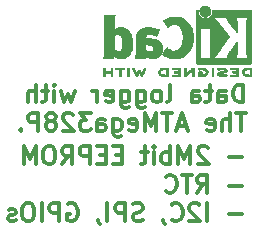
<source format=gbo>
%TF.GenerationSoftware,KiCad,Pcbnew,7.0.11-rc3*%
%TF.CreationDate,2024-07-02T00:11:53+05:30*%
%TF.ProjectId,MCUdatalogger_V1,4d435564-6174-4616-9c6f-676765725f56,rev?*%
%TF.SameCoordinates,Original*%
%TF.FileFunction,Legend,Bot*%
%TF.FilePolarity,Positive*%
%FSLAX46Y46*%
G04 Gerber Fmt 4.6, Leading zero omitted, Abs format (unit mm)*
G04 Created by KiCad (PCBNEW 7.0.11-rc3) date 2024-07-02 00:11:53*
%MOMM*%
%LPD*%
G01*
G04 APERTURE LIST*
%ADD10C,0.300000*%
%ADD11C,0.010000*%
G04 APERTURE END LIST*
D10*
X118660489Y-58234400D02*
X117517632Y-58234400D01*
X115731917Y-57448685D02*
X115660489Y-57377257D01*
X115660489Y-57377257D02*
X115517632Y-57305828D01*
X115517632Y-57305828D02*
X115160489Y-57305828D01*
X115160489Y-57305828D02*
X115017632Y-57377257D01*
X115017632Y-57377257D02*
X114946203Y-57448685D01*
X114946203Y-57448685D02*
X114874774Y-57591542D01*
X114874774Y-57591542D02*
X114874774Y-57734400D01*
X114874774Y-57734400D02*
X114946203Y-57948685D01*
X114946203Y-57948685D02*
X115803346Y-58805828D01*
X115803346Y-58805828D02*
X114874774Y-58805828D01*
X114231918Y-58805828D02*
X114231918Y-57305828D01*
X114231918Y-57305828D02*
X113731918Y-58377257D01*
X113731918Y-58377257D02*
X113231918Y-57305828D01*
X113231918Y-57305828D02*
X113231918Y-58805828D01*
X112517632Y-58805828D02*
X112517632Y-57305828D01*
X112517632Y-57877257D02*
X112374775Y-57805828D01*
X112374775Y-57805828D02*
X112089060Y-57805828D01*
X112089060Y-57805828D02*
X111946203Y-57877257D01*
X111946203Y-57877257D02*
X111874775Y-57948685D01*
X111874775Y-57948685D02*
X111803346Y-58091542D01*
X111803346Y-58091542D02*
X111803346Y-58520114D01*
X111803346Y-58520114D02*
X111874775Y-58662971D01*
X111874775Y-58662971D02*
X111946203Y-58734400D01*
X111946203Y-58734400D02*
X112089060Y-58805828D01*
X112089060Y-58805828D02*
X112374775Y-58805828D01*
X112374775Y-58805828D02*
X112517632Y-58734400D01*
X111160489Y-58805828D02*
X111160489Y-57805828D01*
X111160489Y-57305828D02*
X111231917Y-57377257D01*
X111231917Y-57377257D02*
X111160489Y-57448685D01*
X111160489Y-57448685D02*
X111089060Y-57377257D01*
X111089060Y-57377257D02*
X111160489Y-57305828D01*
X111160489Y-57305828D02*
X111160489Y-57448685D01*
X110660488Y-57805828D02*
X110089060Y-57805828D01*
X110446203Y-57305828D02*
X110446203Y-58591542D01*
X110446203Y-58591542D02*
X110374774Y-58734400D01*
X110374774Y-58734400D02*
X110231917Y-58805828D01*
X110231917Y-58805828D02*
X110089060Y-58805828D01*
X108446203Y-58020114D02*
X107946203Y-58020114D01*
X107731917Y-58805828D02*
X108446203Y-58805828D01*
X108446203Y-58805828D02*
X108446203Y-57305828D01*
X108446203Y-57305828D02*
X107731917Y-57305828D01*
X107089060Y-58020114D02*
X106589060Y-58020114D01*
X106374774Y-58805828D02*
X107089060Y-58805828D01*
X107089060Y-58805828D02*
X107089060Y-57305828D01*
X107089060Y-57305828D02*
X106374774Y-57305828D01*
X105731917Y-58805828D02*
X105731917Y-57305828D01*
X105731917Y-57305828D02*
X105160488Y-57305828D01*
X105160488Y-57305828D02*
X105017631Y-57377257D01*
X105017631Y-57377257D02*
X104946202Y-57448685D01*
X104946202Y-57448685D02*
X104874774Y-57591542D01*
X104874774Y-57591542D02*
X104874774Y-57805828D01*
X104874774Y-57805828D02*
X104946202Y-57948685D01*
X104946202Y-57948685D02*
X105017631Y-58020114D01*
X105017631Y-58020114D02*
X105160488Y-58091542D01*
X105160488Y-58091542D02*
X105731917Y-58091542D01*
X103374774Y-58805828D02*
X103874774Y-58091542D01*
X104231917Y-58805828D02*
X104231917Y-57305828D01*
X104231917Y-57305828D02*
X103660488Y-57305828D01*
X103660488Y-57305828D02*
X103517631Y-57377257D01*
X103517631Y-57377257D02*
X103446202Y-57448685D01*
X103446202Y-57448685D02*
X103374774Y-57591542D01*
X103374774Y-57591542D02*
X103374774Y-57805828D01*
X103374774Y-57805828D02*
X103446202Y-57948685D01*
X103446202Y-57948685D02*
X103517631Y-58020114D01*
X103517631Y-58020114D02*
X103660488Y-58091542D01*
X103660488Y-58091542D02*
X104231917Y-58091542D01*
X102446202Y-57305828D02*
X102160488Y-57305828D01*
X102160488Y-57305828D02*
X102017631Y-57377257D01*
X102017631Y-57377257D02*
X101874774Y-57520114D01*
X101874774Y-57520114D02*
X101803345Y-57805828D01*
X101803345Y-57805828D02*
X101803345Y-58305828D01*
X101803345Y-58305828D02*
X101874774Y-58591542D01*
X101874774Y-58591542D02*
X102017631Y-58734400D01*
X102017631Y-58734400D02*
X102160488Y-58805828D01*
X102160488Y-58805828D02*
X102446202Y-58805828D01*
X102446202Y-58805828D02*
X102589060Y-58734400D01*
X102589060Y-58734400D02*
X102731917Y-58591542D01*
X102731917Y-58591542D02*
X102803345Y-58305828D01*
X102803345Y-58305828D02*
X102803345Y-57805828D01*
X102803345Y-57805828D02*
X102731917Y-57520114D01*
X102731917Y-57520114D02*
X102589060Y-57377257D01*
X102589060Y-57377257D02*
X102446202Y-57305828D01*
X101160488Y-58805828D02*
X101160488Y-57305828D01*
X101160488Y-57305828D02*
X100660488Y-58377257D01*
X100660488Y-58377257D02*
X100160488Y-57305828D01*
X100160488Y-57305828D02*
X100160488Y-58805828D01*
X118660489Y-60649400D02*
X117517632Y-60649400D01*
X114803346Y-61220828D02*
X115303346Y-60506542D01*
X115660489Y-61220828D02*
X115660489Y-59720828D01*
X115660489Y-59720828D02*
X115089060Y-59720828D01*
X115089060Y-59720828D02*
X114946203Y-59792257D01*
X114946203Y-59792257D02*
X114874774Y-59863685D01*
X114874774Y-59863685D02*
X114803346Y-60006542D01*
X114803346Y-60006542D02*
X114803346Y-60220828D01*
X114803346Y-60220828D02*
X114874774Y-60363685D01*
X114874774Y-60363685D02*
X114946203Y-60435114D01*
X114946203Y-60435114D02*
X115089060Y-60506542D01*
X115089060Y-60506542D02*
X115660489Y-60506542D01*
X114374774Y-59720828D02*
X113517632Y-59720828D01*
X113946203Y-61220828D02*
X113946203Y-59720828D01*
X112160489Y-61077971D02*
X112231917Y-61149400D01*
X112231917Y-61149400D02*
X112446203Y-61220828D01*
X112446203Y-61220828D02*
X112589060Y-61220828D01*
X112589060Y-61220828D02*
X112803346Y-61149400D01*
X112803346Y-61149400D02*
X112946203Y-61006542D01*
X112946203Y-61006542D02*
X113017632Y-60863685D01*
X113017632Y-60863685D02*
X113089060Y-60577971D01*
X113089060Y-60577971D02*
X113089060Y-60363685D01*
X113089060Y-60363685D02*
X113017632Y-60077971D01*
X113017632Y-60077971D02*
X112946203Y-59935114D01*
X112946203Y-59935114D02*
X112803346Y-59792257D01*
X112803346Y-59792257D02*
X112589060Y-59720828D01*
X112589060Y-59720828D02*
X112446203Y-59720828D01*
X112446203Y-59720828D02*
X112231917Y-59792257D01*
X112231917Y-59792257D02*
X112160489Y-59863685D01*
X118660489Y-63064400D02*
X117517632Y-63064400D01*
X115660489Y-63635828D02*
X115660489Y-62135828D01*
X115017631Y-62278685D02*
X114946203Y-62207257D01*
X114946203Y-62207257D02*
X114803346Y-62135828D01*
X114803346Y-62135828D02*
X114446203Y-62135828D01*
X114446203Y-62135828D02*
X114303346Y-62207257D01*
X114303346Y-62207257D02*
X114231917Y-62278685D01*
X114231917Y-62278685D02*
X114160488Y-62421542D01*
X114160488Y-62421542D02*
X114160488Y-62564400D01*
X114160488Y-62564400D02*
X114231917Y-62778685D01*
X114231917Y-62778685D02*
X115089060Y-63635828D01*
X115089060Y-63635828D02*
X114160488Y-63635828D01*
X112660489Y-63492971D02*
X112731917Y-63564400D01*
X112731917Y-63564400D02*
X112946203Y-63635828D01*
X112946203Y-63635828D02*
X113089060Y-63635828D01*
X113089060Y-63635828D02*
X113303346Y-63564400D01*
X113303346Y-63564400D02*
X113446203Y-63421542D01*
X113446203Y-63421542D02*
X113517632Y-63278685D01*
X113517632Y-63278685D02*
X113589060Y-62992971D01*
X113589060Y-62992971D02*
X113589060Y-62778685D01*
X113589060Y-62778685D02*
X113517632Y-62492971D01*
X113517632Y-62492971D02*
X113446203Y-62350114D01*
X113446203Y-62350114D02*
X113303346Y-62207257D01*
X113303346Y-62207257D02*
X113089060Y-62135828D01*
X113089060Y-62135828D02*
X112946203Y-62135828D01*
X112946203Y-62135828D02*
X112731917Y-62207257D01*
X112731917Y-62207257D02*
X112660489Y-62278685D01*
X111946203Y-63564400D02*
X111946203Y-63635828D01*
X111946203Y-63635828D02*
X112017632Y-63778685D01*
X112017632Y-63778685D02*
X112089060Y-63850114D01*
X110231917Y-63564400D02*
X110017632Y-63635828D01*
X110017632Y-63635828D02*
X109660489Y-63635828D01*
X109660489Y-63635828D02*
X109517632Y-63564400D01*
X109517632Y-63564400D02*
X109446203Y-63492971D01*
X109446203Y-63492971D02*
X109374774Y-63350114D01*
X109374774Y-63350114D02*
X109374774Y-63207257D01*
X109374774Y-63207257D02*
X109446203Y-63064400D01*
X109446203Y-63064400D02*
X109517632Y-62992971D01*
X109517632Y-62992971D02*
X109660489Y-62921542D01*
X109660489Y-62921542D02*
X109946203Y-62850114D01*
X109946203Y-62850114D02*
X110089060Y-62778685D01*
X110089060Y-62778685D02*
X110160489Y-62707257D01*
X110160489Y-62707257D02*
X110231917Y-62564400D01*
X110231917Y-62564400D02*
X110231917Y-62421542D01*
X110231917Y-62421542D02*
X110160489Y-62278685D01*
X110160489Y-62278685D02*
X110089060Y-62207257D01*
X110089060Y-62207257D02*
X109946203Y-62135828D01*
X109946203Y-62135828D02*
X109589060Y-62135828D01*
X109589060Y-62135828D02*
X109374774Y-62207257D01*
X108731918Y-63635828D02*
X108731918Y-62135828D01*
X108731918Y-62135828D02*
X108160489Y-62135828D01*
X108160489Y-62135828D02*
X108017632Y-62207257D01*
X108017632Y-62207257D02*
X107946203Y-62278685D01*
X107946203Y-62278685D02*
X107874775Y-62421542D01*
X107874775Y-62421542D02*
X107874775Y-62635828D01*
X107874775Y-62635828D02*
X107946203Y-62778685D01*
X107946203Y-62778685D02*
X108017632Y-62850114D01*
X108017632Y-62850114D02*
X108160489Y-62921542D01*
X108160489Y-62921542D02*
X108731918Y-62921542D01*
X107231918Y-63635828D02*
X107231918Y-62135828D01*
X106446203Y-63564400D02*
X106446203Y-63635828D01*
X106446203Y-63635828D02*
X106517632Y-63778685D01*
X106517632Y-63778685D02*
X106589060Y-63850114D01*
X103874774Y-62207257D02*
X104017632Y-62135828D01*
X104017632Y-62135828D02*
X104231917Y-62135828D01*
X104231917Y-62135828D02*
X104446203Y-62207257D01*
X104446203Y-62207257D02*
X104589060Y-62350114D01*
X104589060Y-62350114D02*
X104660489Y-62492971D01*
X104660489Y-62492971D02*
X104731917Y-62778685D01*
X104731917Y-62778685D02*
X104731917Y-62992971D01*
X104731917Y-62992971D02*
X104660489Y-63278685D01*
X104660489Y-63278685D02*
X104589060Y-63421542D01*
X104589060Y-63421542D02*
X104446203Y-63564400D01*
X104446203Y-63564400D02*
X104231917Y-63635828D01*
X104231917Y-63635828D02*
X104089060Y-63635828D01*
X104089060Y-63635828D02*
X103874774Y-63564400D01*
X103874774Y-63564400D02*
X103803346Y-63492971D01*
X103803346Y-63492971D02*
X103803346Y-62992971D01*
X103803346Y-62992971D02*
X104089060Y-62992971D01*
X103160489Y-63635828D02*
X103160489Y-62135828D01*
X103160489Y-62135828D02*
X102589060Y-62135828D01*
X102589060Y-62135828D02*
X102446203Y-62207257D01*
X102446203Y-62207257D02*
X102374774Y-62278685D01*
X102374774Y-62278685D02*
X102303346Y-62421542D01*
X102303346Y-62421542D02*
X102303346Y-62635828D01*
X102303346Y-62635828D02*
X102374774Y-62778685D01*
X102374774Y-62778685D02*
X102446203Y-62850114D01*
X102446203Y-62850114D02*
X102589060Y-62921542D01*
X102589060Y-62921542D02*
X103160489Y-62921542D01*
X101660489Y-63635828D02*
X101660489Y-62135828D01*
X100660488Y-62135828D02*
X100374774Y-62135828D01*
X100374774Y-62135828D02*
X100231917Y-62207257D01*
X100231917Y-62207257D02*
X100089060Y-62350114D01*
X100089060Y-62350114D02*
X100017631Y-62635828D01*
X100017631Y-62635828D02*
X100017631Y-63135828D01*
X100017631Y-63135828D02*
X100089060Y-63421542D01*
X100089060Y-63421542D02*
X100231917Y-63564400D01*
X100231917Y-63564400D02*
X100374774Y-63635828D01*
X100374774Y-63635828D02*
X100660488Y-63635828D01*
X100660488Y-63635828D02*
X100803346Y-63564400D01*
X100803346Y-63564400D02*
X100946203Y-63421542D01*
X100946203Y-63421542D02*
X101017631Y-63135828D01*
X101017631Y-63135828D02*
X101017631Y-62635828D01*
X101017631Y-62635828D02*
X100946203Y-62350114D01*
X100946203Y-62350114D02*
X100803346Y-62207257D01*
X100803346Y-62207257D02*
X100660488Y-62135828D01*
X99446202Y-63564400D02*
X99303345Y-63635828D01*
X99303345Y-63635828D02*
X99017631Y-63635828D01*
X99017631Y-63635828D02*
X98874774Y-63564400D01*
X98874774Y-63564400D02*
X98803345Y-63421542D01*
X98803345Y-63421542D02*
X98803345Y-63350114D01*
X98803345Y-63350114D02*
X98874774Y-63207257D01*
X98874774Y-63207257D02*
X99017631Y-63135828D01*
X99017631Y-63135828D02*
X99231917Y-63135828D01*
X99231917Y-63135828D02*
X99374774Y-63064400D01*
X99374774Y-63064400D02*
X99446202Y-62921542D01*
X99446202Y-62921542D02*
X99446202Y-62850114D01*
X99446202Y-62850114D02*
X99374774Y-62707257D01*
X99374774Y-62707257D02*
X99231917Y-62635828D01*
X99231917Y-62635828D02*
X99017631Y-62635828D01*
X99017631Y-62635828D02*
X98874774Y-62707257D01*
X118735489Y-53570828D02*
X118735489Y-52070828D01*
X118735489Y-52070828D02*
X118378346Y-52070828D01*
X118378346Y-52070828D02*
X118164060Y-52142257D01*
X118164060Y-52142257D02*
X118021203Y-52285114D01*
X118021203Y-52285114D02*
X117949774Y-52427971D01*
X117949774Y-52427971D02*
X117878346Y-52713685D01*
X117878346Y-52713685D02*
X117878346Y-52927971D01*
X117878346Y-52927971D02*
X117949774Y-53213685D01*
X117949774Y-53213685D02*
X118021203Y-53356542D01*
X118021203Y-53356542D02*
X118164060Y-53499400D01*
X118164060Y-53499400D02*
X118378346Y-53570828D01*
X118378346Y-53570828D02*
X118735489Y-53570828D01*
X116592632Y-53570828D02*
X116592632Y-52785114D01*
X116592632Y-52785114D02*
X116664060Y-52642257D01*
X116664060Y-52642257D02*
X116806917Y-52570828D01*
X116806917Y-52570828D02*
X117092632Y-52570828D01*
X117092632Y-52570828D02*
X117235489Y-52642257D01*
X116592632Y-53499400D02*
X116735489Y-53570828D01*
X116735489Y-53570828D02*
X117092632Y-53570828D01*
X117092632Y-53570828D02*
X117235489Y-53499400D01*
X117235489Y-53499400D02*
X117306917Y-53356542D01*
X117306917Y-53356542D02*
X117306917Y-53213685D01*
X117306917Y-53213685D02*
X117235489Y-53070828D01*
X117235489Y-53070828D02*
X117092632Y-52999400D01*
X117092632Y-52999400D02*
X116735489Y-52999400D01*
X116735489Y-52999400D02*
X116592632Y-52927971D01*
X116092631Y-52570828D02*
X115521203Y-52570828D01*
X115878346Y-52070828D02*
X115878346Y-53356542D01*
X115878346Y-53356542D02*
X115806917Y-53499400D01*
X115806917Y-53499400D02*
X115664060Y-53570828D01*
X115664060Y-53570828D02*
X115521203Y-53570828D01*
X114378346Y-53570828D02*
X114378346Y-52785114D01*
X114378346Y-52785114D02*
X114449774Y-52642257D01*
X114449774Y-52642257D02*
X114592631Y-52570828D01*
X114592631Y-52570828D02*
X114878346Y-52570828D01*
X114878346Y-52570828D02*
X115021203Y-52642257D01*
X114378346Y-53499400D02*
X114521203Y-53570828D01*
X114521203Y-53570828D02*
X114878346Y-53570828D01*
X114878346Y-53570828D02*
X115021203Y-53499400D01*
X115021203Y-53499400D02*
X115092631Y-53356542D01*
X115092631Y-53356542D02*
X115092631Y-53213685D01*
X115092631Y-53213685D02*
X115021203Y-53070828D01*
X115021203Y-53070828D02*
X114878346Y-52999400D01*
X114878346Y-52999400D02*
X114521203Y-52999400D01*
X114521203Y-52999400D02*
X114378346Y-52927971D01*
X112306917Y-53570828D02*
X112449774Y-53499400D01*
X112449774Y-53499400D02*
X112521203Y-53356542D01*
X112521203Y-53356542D02*
X112521203Y-52070828D01*
X111521203Y-53570828D02*
X111664060Y-53499400D01*
X111664060Y-53499400D02*
X111735489Y-53427971D01*
X111735489Y-53427971D02*
X111806917Y-53285114D01*
X111806917Y-53285114D02*
X111806917Y-52856542D01*
X111806917Y-52856542D02*
X111735489Y-52713685D01*
X111735489Y-52713685D02*
X111664060Y-52642257D01*
X111664060Y-52642257D02*
X111521203Y-52570828D01*
X111521203Y-52570828D02*
X111306917Y-52570828D01*
X111306917Y-52570828D02*
X111164060Y-52642257D01*
X111164060Y-52642257D02*
X111092632Y-52713685D01*
X111092632Y-52713685D02*
X111021203Y-52856542D01*
X111021203Y-52856542D02*
X111021203Y-53285114D01*
X111021203Y-53285114D02*
X111092632Y-53427971D01*
X111092632Y-53427971D02*
X111164060Y-53499400D01*
X111164060Y-53499400D02*
X111306917Y-53570828D01*
X111306917Y-53570828D02*
X111521203Y-53570828D01*
X109735489Y-52570828D02*
X109735489Y-53785114D01*
X109735489Y-53785114D02*
X109806917Y-53927971D01*
X109806917Y-53927971D02*
X109878346Y-53999400D01*
X109878346Y-53999400D02*
X110021203Y-54070828D01*
X110021203Y-54070828D02*
X110235489Y-54070828D01*
X110235489Y-54070828D02*
X110378346Y-53999400D01*
X109735489Y-53499400D02*
X109878346Y-53570828D01*
X109878346Y-53570828D02*
X110164060Y-53570828D01*
X110164060Y-53570828D02*
X110306917Y-53499400D01*
X110306917Y-53499400D02*
X110378346Y-53427971D01*
X110378346Y-53427971D02*
X110449774Y-53285114D01*
X110449774Y-53285114D02*
X110449774Y-52856542D01*
X110449774Y-52856542D02*
X110378346Y-52713685D01*
X110378346Y-52713685D02*
X110306917Y-52642257D01*
X110306917Y-52642257D02*
X110164060Y-52570828D01*
X110164060Y-52570828D02*
X109878346Y-52570828D01*
X109878346Y-52570828D02*
X109735489Y-52642257D01*
X108378346Y-52570828D02*
X108378346Y-53785114D01*
X108378346Y-53785114D02*
X108449774Y-53927971D01*
X108449774Y-53927971D02*
X108521203Y-53999400D01*
X108521203Y-53999400D02*
X108664060Y-54070828D01*
X108664060Y-54070828D02*
X108878346Y-54070828D01*
X108878346Y-54070828D02*
X109021203Y-53999400D01*
X108378346Y-53499400D02*
X108521203Y-53570828D01*
X108521203Y-53570828D02*
X108806917Y-53570828D01*
X108806917Y-53570828D02*
X108949774Y-53499400D01*
X108949774Y-53499400D02*
X109021203Y-53427971D01*
X109021203Y-53427971D02*
X109092631Y-53285114D01*
X109092631Y-53285114D02*
X109092631Y-52856542D01*
X109092631Y-52856542D02*
X109021203Y-52713685D01*
X109021203Y-52713685D02*
X108949774Y-52642257D01*
X108949774Y-52642257D02*
X108806917Y-52570828D01*
X108806917Y-52570828D02*
X108521203Y-52570828D01*
X108521203Y-52570828D02*
X108378346Y-52642257D01*
X107092631Y-53499400D02*
X107235488Y-53570828D01*
X107235488Y-53570828D02*
X107521203Y-53570828D01*
X107521203Y-53570828D02*
X107664060Y-53499400D01*
X107664060Y-53499400D02*
X107735488Y-53356542D01*
X107735488Y-53356542D02*
X107735488Y-52785114D01*
X107735488Y-52785114D02*
X107664060Y-52642257D01*
X107664060Y-52642257D02*
X107521203Y-52570828D01*
X107521203Y-52570828D02*
X107235488Y-52570828D01*
X107235488Y-52570828D02*
X107092631Y-52642257D01*
X107092631Y-52642257D02*
X107021203Y-52785114D01*
X107021203Y-52785114D02*
X107021203Y-52927971D01*
X107021203Y-52927971D02*
X107735488Y-53070828D01*
X106378346Y-53570828D02*
X106378346Y-52570828D01*
X106378346Y-52856542D02*
X106306917Y-52713685D01*
X106306917Y-52713685D02*
X106235489Y-52642257D01*
X106235489Y-52642257D02*
X106092631Y-52570828D01*
X106092631Y-52570828D02*
X105949774Y-52570828D01*
X104449775Y-52570828D02*
X104164061Y-53570828D01*
X104164061Y-53570828D02*
X103878346Y-52856542D01*
X103878346Y-52856542D02*
X103592632Y-53570828D01*
X103592632Y-53570828D02*
X103306918Y-52570828D01*
X102735489Y-53570828D02*
X102735489Y-52570828D01*
X102735489Y-52070828D02*
X102806917Y-52142257D01*
X102806917Y-52142257D02*
X102735489Y-52213685D01*
X102735489Y-52213685D02*
X102664060Y-52142257D01*
X102664060Y-52142257D02*
X102735489Y-52070828D01*
X102735489Y-52070828D02*
X102735489Y-52213685D01*
X102235488Y-52570828D02*
X101664060Y-52570828D01*
X102021203Y-52070828D02*
X102021203Y-53356542D01*
X102021203Y-53356542D02*
X101949774Y-53499400D01*
X101949774Y-53499400D02*
X101806917Y-53570828D01*
X101806917Y-53570828D02*
X101664060Y-53570828D01*
X101164060Y-53570828D02*
X101164060Y-52070828D01*
X100521203Y-53570828D02*
X100521203Y-52785114D01*
X100521203Y-52785114D02*
X100592631Y-52642257D01*
X100592631Y-52642257D02*
X100735488Y-52570828D01*
X100735488Y-52570828D02*
X100949774Y-52570828D01*
X100949774Y-52570828D02*
X101092631Y-52642257D01*
X101092631Y-52642257D02*
X101164060Y-52713685D01*
X118949774Y-54485828D02*
X118092632Y-54485828D01*
X118521203Y-55985828D02*
X118521203Y-54485828D01*
X117592632Y-55985828D02*
X117592632Y-54485828D01*
X116949775Y-55985828D02*
X116949775Y-55200114D01*
X116949775Y-55200114D02*
X117021203Y-55057257D01*
X117021203Y-55057257D02*
X117164060Y-54985828D01*
X117164060Y-54985828D02*
X117378346Y-54985828D01*
X117378346Y-54985828D02*
X117521203Y-55057257D01*
X117521203Y-55057257D02*
X117592632Y-55128685D01*
X115664060Y-55914400D02*
X115806917Y-55985828D01*
X115806917Y-55985828D02*
X116092632Y-55985828D01*
X116092632Y-55985828D02*
X116235489Y-55914400D01*
X116235489Y-55914400D02*
X116306917Y-55771542D01*
X116306917Y-55771542D02*
X116306917Y-55200114D01*
X116306917Y-55200114D02*
X116235489Y-55057257D01*
X116235489Y-55057257D02*
X116092632Y-54985828D01*
X116092632Y-54985828D02*
X115806917Y-54985828D01*
X115806917Y-54985828D02*
X115664060Y-55057257D01*
X115664060Y-55057257D02*
X115592632Y-55200114D01*
X115592632Y-55200114D02*
X115592632Y-55342971D01*
X115592632Y-55342971D02*
X116306917Y-55485828D01*
X113878346Y-55557257D02*
X113164061Y-55557257D01*
X114021203Y-55985828D02*
X113521203Y-54485828D01*
X113521203Y-54485828D02*
X113021203Y-55985828D01*
X112735489Y-54485828D02*
X111878347Y-54485828D01*
X112306918Y-55985828D02*
X112306918Y-54485828D01*
X111378347Y-55985828D02*
X111378347Y-54485828D01*
X111378347Y-54485828D02*
X110878347Y-55557257D01*
X110878347Y-55557257D02*
X110378347Y-54485828D01*
X110378347Y-54485828D02*
X110378347Y-55985828D01*
X109092632Y-55914400D02*
X109235489Y-55985828D01*
X109235489Y-55985828D02*
X109521204Y-55985828D01*
X109521204Y-55985828D02*
X109664061Y-55914400D01*
X109664061Y-55914400D02*
X109735489Y-55771542D01*
X109735489Y-55771542D02*
X109735489Y-55200114D01*
X109735489Y-55200114D02*
X109664061Y-55057257D01*
X109664061Y-55057257D02*
X109521204Y-54985828D01*
X109521204Y-54985828D02*
X109235489Y-54985828D01*
X109235489Y-54985828D02*
X109092632Y-55057257D01*
X109092632Y-55057257D02*
X109021204Y-55200114D01*
X109021204Y-55200114D02*
X109021204Y-55342971D01*
X109021204Y-55342971D02*
X109735489Y-55485828D01*
X107735490Y-54985828D02*
X107735490Y-56200114D01*
X107735490Y-56200114D02*
X107806918Y-56342971D01*
X107806918Y-56342971D02*
X107878347Y-56414400D01*
X107878347Y-56414400D02*
X108021204Y-56485828D01*
X108021204Y-56485828D02*
X108235490Y-56485828D01*
X108235490Y-56485828D02*
X108378347Y-56414400D01*
X107735490Y-55914400D02*
X107878347Y-55985828D01*
X107878347Y-55985828D02*
X108164061Y-55985828D01*
X108164061Y-55985828D02*
X108306918Y-55914400D01*
X108306918Y-55914400D02*
X108378347Y-55842971D01*
X108378347Y-55842971D02*
X108449775Y-55700114D01*
X108449775Y-55700114D02*
X108449775Y-55271542D01*
X108449775Y-55271542D02*
X108378347Y-55128685D01*
X108378347Y-55128685D02*
X108306918Y-55057257D01*
X108306918Y-55057257D02*
X108164061Y-54985828D01*
X108164061Y-54985828D02*
X107878347Y-54985828D01*
X107878347Y-54985828D02*
X107735490Y-55057257D01*
X106378347Y-55985828D02*
X106378347Y-55200114D01*
X106378347Y-55200114D02*
X106449775Y-55057257D01*
X106449775Y-55057257D02*
X106592632Y-54985828D01*
X106592632Y-54985828D02*
X106878347Y-54985828D01*
X106878347Y-54985828D02*
X107021204Y-55057257D01*
X106378347Y-55914400D02*
X106521204Y-55985828D01*
X106521204Y-55985828D02*
X106878347Y-55985828D01*
X106878347Y-55985828D02*
X107021204Y-55914400D01*
X107021204Y-55914400D02*
X107092632Y-55771542D01*
X107092632Y-55771542D02*
X107092632Y-55628685D01*
X107092632Y-55628685D02*
X107021204Y-55485828D01*
X107021204Y-55485828D02*
X106878347Y-55414400D01*
X106878347Y-55414400D02*
X106521204Y-55414400D01*
X106521204Y-55414400D02*
X106378347Y-55342971D01*
X105806918Y-54485828D02*
X104878346Y-54485828D01*
X104878346Y-54485828D02*
X105378346Y-55057257D01*
X105378346Y-55057257D02*
X105164061Y-55057257D01*
X105164061Y-55057257D02*
X105021204Y-55128685D01*
X105021204Y-55128685D02*
X104949775Y-55200114D01*
X104949775Y-55200114D02*
X104878346Y-55342971D01*
X104878346Y-55342971D02*
X104878346Y-55700114D01*
X104878346Y-55700114D02*
X104949775Y-55842971D01*
X104949775Y-55842971D02*
X105021204Y-55914400D01*
X105021204Y-55914400D02*
X105164061Y-55985828D01*
X105164061Y-55985828D02*
X105592632Y-55985828D01*
X105592632Y-55985828D02*
X105735489Y-55914400D01*
X105735489Y-55914400D02*
X105806918Y-55842971D01*
X104306918Y-54628685D02*
X104235490Y-54557257D01*
X104235490Y-54557257D02*
X104092633Y-54485828D01*
X104092633Y-54485828D02*
X103735490Y-54485828D01*
X103735490Y-54485828D02*
X103592633Y-54557257D01*
X103592633Y-54557257D02*
X103521204Y-54628685D01*
X103521204Y-54628685D02*
X103449775Y-54771542D01*
X103449775Y-54771542D02*
X103449775Y-54914400D01*
X103449775Y-54914400D02*
X103521204Y-55128685D01*
X103521204Y-55128685D02*
X104378347Y-55985828D01*
X104378347Y-55985828D02*
X103449775Y-55985828D01*
X102592633Y-55128685D02*
X102735490Y-55057257D01*
X102735490Y-55057257D02*
X102806919Y-54985828D01*
X102806919Y-54985828D02*
X102878347Y-54842971D01*
X102878347Y-54842971D02*
X102878347Y-54771542D01*
X102878347Y-54771542D02*
X102806919Y-54628685D01*
X102806919Y-54628685D02*
X102735490Y-54557257D01*
X102735490Y-54557257D02*
X102592633Y-54485828D01*
X102592633Y-54485828D02*
X102306919Y-54485828D01*
X102306919Y-54485828D02*
X102164062Y-54557257D01*
X102164062Y-54557257D02*
X102092633Y-54628685D01*
X102092633Y-54628685D02*
X102021204Y-54771542D01*
X102021204Y-54771542D02*
X102021204Y-54842971D01*
X102021204Y-54842971D02*
X102092633Y-54985828D01*
X102092633Y-54985828D02*
X102164062Y-55057257D01*
X102164062Y-55057257D02*
X102306919Y-55128685D01*
X102306919Y-55128685D02*
X102592633Y-55128685D01*
X102592633Y-55128685D02*
X102735490Y-55200114D01*
X102735490Y-55200114D02*
X102806919Y-55271542D01*
X102806919Y-55271542D02*
X102878347Y-55414400D01*
X102878347Y-55414400D02*
X102878347Y-55700114D01*
X102878347Y-55700114D02*
X102806919Y-55842971D01*
X102806919Y-55842971D02*
X102735490Y-55914400D01*
X102735490Y-55914400D02*
X102592633Y-55985828D01*
X102592633Y-55985828D02*
X102306919Y-55985828D01*
X102306919Y-55985828D02*
X102164062Y-55914400D01*
X102164062Y-55914400D02*
X102092633Y-55842971D01*
X102092633Y-55842971D02*
X102021204Y-55700114D01*
X102021204Y-55700114D02*
X102021204Y-55414400D01*
X102021204Y-55414400D02*
X102092633Y-55271542D01*
X102092633Y-55271542D02*
X102164062Y-55200114D01*
X102164062Y-55200114D02*
X102306919Y-55128685D01*
X101378348Y-55985828D02*
X101378348Y-54485828D01*
X101378348Y-54485828D02*
X100806919Y-54485828D01*
X100806919Y-54485828D02*
X100664062Y-54557257D01*
X100664062Y-54557257D02*
X100592633Y-54628685D01*
X100592633Y-54628685D02*
X100521205Y-54771542D01*
X100521205Y-54771542D02*
X100521205Y-54985828D01*
X100521205Y-54985828D02*
X100592633Y-55128685D01*
X100592633Y-55128685D02*
X100664062Y-55200114D01*
X100664062Y-55200114D02*
X100806919Y-55271542D01*
X100806919Y-55271542D02*
X101378348Y-55271542D01*
X99878348Y-55842971D02*
X99806919Y-55914400D01*
X99806919Y-55914400D02*
X99878348Y-55985828D01*
X99878348Y-55985828D02*
X99949776Y-55914400D01*
X99949776Y-55914400D02*
X99878348Y-55842971D01*
X99878348Y-55842971D02*
X99878348Y-55985828D01*
%TO.C,REF*%
D11*
X109325994Y-48602711D02*
X109325268Y-48680158D01*
X109316689Y-48831594D01*
X109297833Y-48968283D01*
X109267837Y-49094276D01*
X109225836Y-49213625D01*
X109170969Y-49330381D01*
X109104167Y-49441179D01*
X109013363Y-49554739D01*
X108909708Y-49650211D01*
X108793887Y-49727073D01*
X108666586Y-49784797D01*
X108528489Y-49822858D01*
X108490793Y-49828666D01*
X108411752Y-49834396D01*
X108323629Y-49834583D01*
X108234236Y-49829539D01*
X108151384Y-49819578D01*
X108082887Y-49805012D01*
X108052035Y-49795364D01*
X107974730Y-49765123D01*
X107897679Y-49727617D01*
X107828200Y-49686614D01*
X107773615Y-49645879D01*
X107750916Y-49626505D01*
X107728201Y-49608662D01*
X107716779Y-49601778D01*
X107715537Y-49603424D01*
X107712728Y-49621205D01*
X107710776Y-49654370D01*
X107710045Y-49697733D01*
X107710045Y-49793689D01*
X106851896Y-49793689D01*
X106886161Y-49732974D01*
X106891355Y-49723868D01*
X106899715Y-49709249D01*
X106907288Y-49695173D01*
X106914112Y-49680540D01*
X106920227Y-49664249D01*
X106925673Y-49645198D01*
X106930487Y-49622286D01*
X106934708Y-49594413D01*
X106938377Y-49560478D01*
X106941531Y-49519379D01*
X106944211Y-49470015D01*
X106946454Y-49411286D01*
X106948299Y-49342090D01*
X106949787Y-49261326D01*
X106950955Y-49167894D01*
X106951678Y-49080721D01*
X107755200Y-49080721D01*
X107825756Y-49127089D01*
X107866417Y-49150791D01*
X107920546Y-49176639D01*
X107969689Y-49194829D01*
X108033165Y-49210551D01*
X108129331Y-49221541D01*
X108213900Y-49213365D01*
X108287219Y-49185805D01*
X108349637Y-49138642D01*
X108401502Y-49071658D01*
X108443160Y-48984633D01*
X108474962Y-48877350D01*
X108477545Y-48865009D01*
X108486000Y-48803772D01*
X108491663Y-48726692D01*
X108494576Y-48639002D01*
X108494783Y-48545934D01*
X108492330Y-48452720D01*
X108487261Y-48364594D01*
X108479619Y-48286788D01*
X108469448Y-48224533D01*
X108468167Y-48218666D01*
X108439126Y-48108121D01*
X108404610Y-48017575D01*
X108363456Y-47944953D01*
X108314499Y-47888181D01*
X108256574Y-47845184D01*
X108224620Y-47829615D01*
X108151784Y-47810722D01*
X108070443Y-47807465D01*
X107985319Y-47819389D01*
X107901133Y-47846040D01*
X107822608Y-47886962D01*
X107755200Y-47930530D01*
X107755200Y-49080721D01*
X106951678Y-49080721D01*
X106951844Y-49060692D01*
X106952491Y-48938620D01*
X106952936Y-48800576D01*
X106953218Y-48645459D01*
X106953375Y-48472168D01*
X106953448Y-48279603D01*
X106953474Y-48066662D01*
X106953493Y-47832245D01*
X106953689Y-46147378D01*
X107859017Y-46147378D01*
X107834585Y-46184067D01*
X107828318Y-46193647D01*
X107802208Y-46239981D01*
X107784469Y-46287102D01*
X107772908Y-46342251D01*
X107765331Y-46412667D01*
X107764839Y-46419650D01*
X107763062Y-46457641D01*
X107761444Y-46511576D01*
X107759999Y-46578703D01*
X107758740Y-46656271D01*
X107757680Y-46741528D01*
X107756829Y-46831724D01*
X107756203Y-46924107D01*
X107755812Y-47015925D01*
X107755670Y-47104427D01*
X107755790Y-47186862D01*
X107756183Y-47260479D01*
X107756862Y-47322526D01*
X107757841Y-47370251D01*
X107759132Y-47400904D01*
X107760747Y-47411733D01*
X107768957Y-47407333D01*
X107790647Y-47392362D01*
X107820014Y-47370448D01*
X107868879Y-47336236D01*
X107957125Y-47289714D01*
X108055916Y-47256046D01*
X108168510Y-47234231D01*
X108298164Y-47223265D01*
X108390670Y-47222219D01*
X108512011Y-47232014D01*
X108622099Y-47256174D01*
X108725389Y-47295785D01*
X108826338Y-47351932D01*
X108871503Y-47382883D01*
X108976911Y-47474115D01*
X109068538Y-47583106D01*
X109146332Y-47709726D01*
X109210241Y-47853845D01*
X109260214Y-48015332D01*
X109296198Y-48194059D01*
X109318143Y-48389895D01*
X109323900Y-48545934D01*
X109325994Y-48602711D01*
G36*
X109325994Y-48602711D02*
G01*
X109325268Y-48680158D01*
X109316689Y-48831594D01*
X109297833Y-48968283D01*
X109267837Y-49094276D01*
X109225836Y-49213625D01*
X109170969Y-49330381D01*
X109104167Y-49441179D01*
X109013363Y-49554739D01*
X108909708Y-49650211D01*
X108793887Y-49727073D01*
X108666586Y-49784797D01*
X108528489Y-49822858D01*
X108490793Y-49828666D01*
X108411752Y-49834396D01*
X108323629Y-49834583D01*
X108234236Y-49829539D01*
X108151384Y-49819578D01*
X108082887Y-49805012D01*
X108052035Y-49795364D01*
X107974730Y-49765123D01*
X107897679Y-49727617D01*
X107828200Y-49686614D01*
X107773615Y-49645879D01*
X107750916Y-49626505D01*
X107728201Y-49608662D01*
X107716779Y-49601778D01*
X107715537Y-49603424D01*
X107712728Y-49621205D01*
X107710776Y-49654370D01*
X107710045Y-49697733D01*
X107710045Y-49793689D01*
X106851896Y-49793689D01*
X106886161Y-49732974D01*
X106891355Y-49723868D01*
X106899715Y-49709249D01*
X106907288Y-49695173D01*
X106914112Y-49680540D01*
X106920227Y-49664249D01*
X106925673Y-49645198D01*
X106930487Y-49622286D01*
X106934708Y-49594413D01*
X106938377Y-49560478D01*
X106941531Y-49519379D01*
X106944211Y-49470015D01*
X106946454Y-49411286D01*
X106948299Y-49342090D01*
X106949787Y-49261326D01*
X106950955Y-49167894D01*
X106951678Y-49080721D01*
X107755200Y-49080721D01*
X107825756Y-49127089D01*
X107866417Y-49150791D01*
X107920546Y-49176639D01*
X107969689Y-49194829D01*
X108033165Y-49210551D01*
X108129331Y-49221541D01*
X108213900Y-49213365D01*
X108287219Y-49185805D01*
X108349637Y-49138642D01*
X108401502Y-49071658D01*
X108443160Y-48984633D01*
X108474962Y-48877350D01*
X108477545Y-48865009D01*
X108486000Y-48803772D01*
X108491663Y-48726692D01*
X108494576Y-48639002D01*
X108494783Y-48545934D01*
X108492330Y-48452720D01*
X108487261Y-48364594D01*
X108479619Y-48286788D01*
X108469448Y-48224533D01*
X108468167Y-48218666D01*
X108439126Y-48108121D01*
X108404610Y-48017575D01*
X108363456Y-47944953D01*
X108314499Y-47888181D01*
X108256574Y-47845184D01*
X108224620Y-47829615D01*
X108151784Y-47810722D01*
X108070443Y-47807465D01*
X107985319Y-47819389D01*
X107901133Y-47846040D01*
X107822608Y-47886962D01*
X107755200Y-47930530D01*
X107755200Y-49080721D01*
X106951678Y-49080721D01*
X106951844Y-49060692D01*
X106952491Y-48938620D01*
X106952936Y-48800576D01*
X106953218Y-48645459D01*
X106953375Y-48472168D01*
X106953448Y-48279603D01*
X106953474Y-48066662D01*
X106953493Y-47832245D01*
X106953689Y-46147378D01*
X107859017Y-46147378D01*
X107834585Y-46184067D01*
X107828318Y-46193647D01*
X107802208Y-46239981D01*
X107784469Y-46287102D01*
X107772908Y-46342251D01*
X107765331Y-46412667D01*
X107764839Y-46419650D01*
X107763062Y-46457641D01*
X107761444Y-46511576D01*
X107759999Y-46578703D01*
X107758740Y-46656271D01*
X107757680Y-46741528D01*
X107756829Y-46831724D01*
X107756203Y-46924107D01*
X107755812Y-47015925D01*
X107755670Y-47104427D01*
X107755790Y-47186862D01*
X107756183Y-47260479D01*
X107756862Y-47322526D01*
X107757841Y-47370251D01*
X107759132Y-47400904D01*
X107760747Y-47411733D01*
X107768957Y-47407333D01*
X107790647Y-47392362D01*
X107820014Y-47370448D01*
X107868879Y-47336236D01*
X107957125Y-47289714D01*
X108055916Y-47256046D01*
X108168510Y-47234231D01*
X108298164Y-47223265D01*
X108390670Y-47222219D01*
X108512011Y-47232014D01*
X108622099Y-47256174D01*
X108725389Y-47295785D01*
X108826338Y-47351932D01*
X108871503Y-47382883D01*
X108976911Y-47474115D01*
X109068538Y-47583106D01*
X109146332Y-47709726D01*
X109210241Y-47853845D01*
X109260214Y-48015332D01*
X109296198Y-48194059D01*
X109318143Y-48389895D01*
X109323900Y-48545934D01*
X109325994Y-48602711D01*
G37*
X108295767Y-50629068D02*
X108389890Y-50629158D01*
X108464405Y-50629498D01*
X108521811Y-50630239D01*
X108564611Y-50631535D01*
X108595304Y-50633537D01*
X108616391Y-50636396D01*
X108630373Y-50640266D01*
X108639750Y-50645298D01*
X108647022Y-50651645D01*
X108665828Y-50684362D01*
X108667275Y-50721939D01*
X108650917Y-50755178D01*
X108649557Y-50756631D01*
X108638354Y-50764992D01*
X108621252Y-50770547D01*
X108594082Y-50773840D01*
X108552678Y-50775418D01*
X108492873Y-50775822D01*
X108353511Y-50775822D01*
X108353511Y-51039589D01*
X108353436Y-51115417D01*
X108353028Y-51182083D01*
X108352046Y-51231867D01*
X108350250Y-51267784D01*
X108347399Y-51292850D01*
X108343253Y-51310081D01*
X108337571Y-51322492D01*
X108330114Y-51333100D01*
X108327824Y-51335906D01*
X108296646Y-51358548D01*
X108262266Y-51360112D01*
X108229334Y-51340267D01*
X108222355Y-51332191D01*
X108216883Y-51321593D01*
X108212863Y-51305749D01*
X108210072Y-51281773D01*
X108208288Y-51246774D01*
X108207289Y-51197864D01*
X108206852Y-51132154D01*
X108206756Y-51046756D01*
X108206756Y-50775822D01*
X108060820Y-50775822D01*
X108049720Y-50775821D01*
X107993202Y-50775596D01*
X107954358Y-50774457D01*
X107928965Y-50771657D01*
X107912804Y-50766450D01*
X107901652Y-50758089D01*
X107891289Y-50745826D01*
X107875441Y-50715138D01*
X107878543Y-50681358D01*
X107904187Y-50648822D01*
X107909129Y-50645105D01*
X107919338Y-50640269D01*
X107934764Y-50636506D01*
X107957886Y-50633683D01*
X107991183Y-50631670D01*
X108037137Y-50630333D01*
X108098228Y-50629542D01*
X108176935Y-50629163D01*
X108275740Y-50629067D01*
X108295767Y-50629068D01*
G36*
X108295767Y-50629068D02*
G01*
X108389890Y-50629158D01*
X108464405Y-50629498D01*
X108521811Y-50630239D01*
X108564611Y-50631535D01*
X108595304Y-50633537D01*
X108616391Y-50636396D01*
X108630373Y-50640266D01*
X108639750Y-50645298D01*
X108647022Y-50651645D01*
X108665828Y-50684362D01*
X108667275Y-50721939D01*
X108650917Y-50755178D01*
X108649557Y-50756631D01*
X108638354Y-50764992D01*
X108621252Y-50770547D01*
X108594082Y-50773840D01*
X108552678Y-50775418D01*
X108492873Y-50775822D01*
X108353511Y-50775822D01*
X108353511Y-51039589D01*
X108353436Y-51115417D01*
X108353028Y-51182083D01*
X108352046Y-51231867D01*
X108350250Y-51267784D01*
X108347399Y-51292850D01*
X108343253Y-51310081D01*
X108337571Y-51322492D01*
X108330114Y-51333100D01*
X108327824Y-51335906D01*
X108296646Y-51358548D01*
X108262266Y-51360112D01*
X108229334Y-51340267D01*
X108222355Y-51332191D01*
X108216883Y-51321593D01*
X108212863Y-51305749D01*
X108210072Y-51281773D01*
X108208288Y-51246774D01*
X108207289Y-51197864D01*
X108206852Y-51132154D01*
X108206756Y-51046756D01*
X108206756Y-50775822D01*
X108060820Y-50775822D01*
X108049720Y-50775821D01*
X107993202Y-50775596D01*
X107954358Y-50774457D01*
X107928965Y-50771657D01*
X107912804Y-50766450D01*
X107901652Y-50758089D01*
X107891289Y-50745826D01*
X107875441Y-50715138D01*
X107878543Y-50681358D01*
X107904187Y-50648822D01*
X107909129Y-50645105D01*
X107919338Y-50640269D01*
X107934764Y-50636506D01*
X107957886Y-50633683D01*
X107991183Y-50631670D01*
X108037137Y-50630333D01*
X108098228Y-50629542D01*
X108176935Y-50629163D01*
X108275740Y-50629067D01*
X108295767Y-50629068D01*
G37*
X119416817Y-50814427D02*
X119416870Y-50895041D01*
X119416622Y-50995956D01*
X119416583Y-51071617D01*
X119416328Y-51149526D01*
X119415684Y-51209536D01*
X119414480Y-51254264D01*
X119412543Y-51286326D01*
X119409703Y-51308340D01*
X119405788Y-51322924D01*
X119400626Y-51332694D01*
X119394045Y-51340267D01*
X119387077Y-51346501D01*
X119374079Y-51353801D01*
X119354931Y-51358554D01*
X119325528Y-51361292D01*
X119281762Y-51362545D01*
X119219528Y-51362845D01*
X119170582Y-51362469D01*
X119063722Y-51358041D01*
X118974494Y-51347953D01*
X118899696Y-51331365D01*
X118836125Y-51307435D01*
X118780579Y-51275321D01*
X118729854Y-51234182D01*
X118723866Y-51228330D01*
X118686999Y-51179821D01*
X118655899Y-51119013D01*
X118634417Y-51054769D01*
X118629136Y-51016026D01*
X118776353Y-51016026D01*
X118794635Y-51066961D01*
X118824305Y-51112878D01*
X118871002Y-51155287D01*
X118932392Y-51185090D01*
X119011538Y-51204226D01*
X119013028Y-51204464D01*
X119061999Y-51210256D01*
X119120693Y-51214396D01*
X119176734Y-51216004D01*
X119269867Y-51216089D01*
X119269867Y-50775822D01*
X119193667Y-50775808D01*
X119190639Y-50775817D01*
X119139519Y-50777782D01*
X119079416Y-50782507D01*
X119022708Y-50789035D01*
X118972750Y-50798331D01*
X118897998Y-50824600D01*
X118840489Y-50863899D01*
X118798988Y-50916933D01*
X118777771Y-50968200D01*
X118776353Y-51016026D01*
X118629136Y-51016026D01*
X118626400Y-50995956D01*
X118627679Y-50974739D01*
X118639991Y-50917323D01*
X118662520Y-50857413D01*
X118691750Y-50803363D01*
X118724167Y-50763532D01*
X118743708Y-50746510D01*
X118798420Y-50707322D01*
X118858723Y-50677193D01*
X118927919Y-50655232D01*
X119009311Y-50640550D01*
X119106200Y-50632259D01*
X119221889Y-50629467D01*
X119261371Y-50629066D01*
X119307082Y-50628653D01*
X119342883Y-50630457D01*
X119369974Y-50636739D01*
X119389556Y-50649759D01*
X119402830Y-50671778D01*
X119410998Y-50705055D01*
X119415260Y-50751851D01*
X119415857Y-50775822D01*
X119416817Y-50814427D01*
G36*
X119416817Y-50814427D02*
G01*
X119416870Y-50895041D01*
X119416622Y-50995956D01*
X119416583Y-51071617D01*
X119416328Y-51149526D01*
X119415684Y-51209536D01*
X119414480Y-51254264D01*
X119412543Y-51286326D01*
X119409703Y-51308340D01*
X119405788Y-51322924D01*
X119400626Y-51332694D01*
X119394045Y-51340267D01*
X119387077Y-51346501D01*
X119374079Y-51353801D01*
X119354931Y-51358554D01*
X119325528Y-51361292D01*
X119281762Y-51362545D01*
X119219528Y-51362845D01*
X119170582Y-51362469D01*
X119063722Y-51358041D01*
X118974494Y-51347953D01*
X118899696Y-51331365D01*
X118836125Y-51307435D01*
X118780579Y-51275321D01*
X118729854Y-51234182D01*
X118723866Y-51228330D01*
X118686999Y-51179821D01*
X118655899Y-51119013D01*
X118634417Y-51054769D01*
X118629136Y-51016026D01*
X118776353Y-51016026D01*
X118794635Y-51066961D01*
X118824305Y-51112878D01*
X118871002Y-51155287D01*
X118932392Y-51185090D01*
X119011538Y-51204226D01*
X119013028Y-51204464D01*
X119061999Y-51210256D01*
X119120693Y-51214396D01*
X119176734Y-51216004D01*
X119269867Y-51216089D01*
X119269867Y-50775822D01*
X119193667Y-50775808D01*
X119190639Y-50775817D01*
X119139519Y-50777782D01*
X119079416Y-50782507D01*
X119022708Y-50789035D01*
X118972750Y-50798331D01*
X118897998Y-50824600D01*
X118840489Y-50863899D01*
X118798988Y-50916933D01*
X118777771Y-50968200D01*
X118776353Y-51016026D01*
X118629136Y-51016026D01*
X118626400Y-50995956D01*
X118627679Y-50974739D01*
X118639991Y-50917323D01*
X118662520Y-50857413D01*
X118691750Y-50803363D01*
X118724167Y-50763532D01*
X118743708Y-50746510D01*
X118798420Y-50707322D01*
X118858723Y-50677193D01*
X118927919Y-50655232D01*
X119009311Y-50640550D01*
X119106200Y-50632259D01*
X119221889Y-50629467D01*
X119261371Y-50629066D01*
X119307082Y-50628653D01*
X119342883Y-50630457D01*
X119369974Y-50636739D01*
X119389556Y-50649759D01*
X119402830Y-50671778D01*
X119410998Y-50705055D01*
X119415260Y-50751851D01*
X119415857Y-50775822D01*
X119416817Y-50814427D01*
G37*
X109429702Y-50638478D02*
X109447663Y-50656989D01*
X109468263Y-50688071D01*
X109493095Y-50733756D01*
X109523750Y-50796078D01*
X109561820Y-50877071D01*
X109576454Y-50908454D01*
X109606203Y-50971638D01*
X109632297Y-51026244D01*
X109653292Y-51069290D01*
X109667739Y-51097793D01*
X109674191Y-51108770D01*
X109675550Y-51108189D01*
X109685542Y-51094242D01*
X109702833Y-51064704D01*
X109725430Y-51023087D01*
X109751338Y-50972903D01*
X109767311Y-50941414D01*
X109796261Y-50886061D01*
X109818749Y-50847044D01*
X109836965Y-50821566D01*
X109853096Y-50806831D01*
X109869330Y-50800042D01*
X109887857Y-50798400D01*
X109898360Y-50798875D01*
X109914476Y-50803082D01*
X109929790Y-50813946D01*
X109946388Y-50834219D01*
X109966357Y-50866654D01*
X109991783Y-50914004D01*
X110024752Y-50979022D01*
X110034485Y-50998277D01*
X110058943Y-51044946D01*
X110079178Y-51081109D01*
X110093311Y-51103497D01*
X110099460Y-51108845D01*
X110100827Y-51105573D01*
X110110202Y-51084664D01*
X110127062Y-51047725D01*
X110149979Y-50997874D01*
X110177520Y-50938226D01*
X110208255Y-50871898D01*
X110234970Y-50814677D01*
X110264593Y-50752688D01*
X110287664Y-50706949D01*
X110305643Y-50674908D01*
X110319990Y-50654014D01*
X110332166Y-50641718D01*
X110343632Y-50635466D01*
X110353042Y-50632574D01*
X110378147Y-50632425D01*
X110405290Y-50647768D01*
X110406590Y-50648753D01*
X110428674Y-50671388D01*
X110439723Y-50693613D01*
X110439769Y-50694253D01*
X110435228Y-50711915D01*
X110422364Y-50746481D01*
X110402605Y-50794826D01*
X110377381Y-50853825D01*
X110348119Y-50920355D01*
X110316250Y-50991291D01*
X110283201Y-51063507D01*
X110250401Y-51133880D01*
X110219280Y-51199285D01*
X110191265Y-51256597D01*
X110167786Y-51302692D01*
X110150272Y-51334446D01*
X110140151Y-51348733D01*
X110105743Y-51362102D01*
X110064046Y-51355741D01*
X110058681Y-51351044D01*
X110042852Y-51328893D01*
X110020650Y-51292132D01*
X109994233Y-51244415D01*
X109965760Y-51189393D01*
X109885986Y-51030150D01*
X109812799Y-51176742D01*
X109803103Y-51196032D01*
X109776125Y-51248380D01*
X109752096Y-51293170D01*
X109733332Y-51326154D01*
X109722146Y-51343089D01*
X109721000Y-51344332D01*
X109692879Y-51359619D01*
X109657817Y-51361302D01*
X109626776Y-51348733D01*
X109624350Y-51345884D01*
X109612090Y-51325259D01*
X109592352Y-51287708D01*
X109566448Y-51235880D01*
X109535685Y-51172423D01*
X109501375Y-51099985D01*
X109464825Y-51021216D01*
X109444585Y-50977093D01*
X109407812Y-50896365D01*
X109379355Y-50832687D01*
X109358331Y-50783752D01*
X109343854Y-50747257D01*
X109335039Y-50720895D01*
X109331004Y-50702361D01*
X109330862Y-50689352D01*
X109333730Y-50679561D01*
X109348387Y-50658678D01*
X109374990Y-50638377D01*
X109375745Y-50638035D01*
X109395335Y-50631034D01*
X109412790Y-50630504D01*
X109429702Y-50638478D01*
G36*
X109429702Y-50638478D02*
G01*
X109447663Y-50656989D01*
X109468263Y-50688071D01*
X109493095Y-50733756D01*
X109523750Y-50796078D01*
X109561820Y-50877071D01*
X109576454Y-50908454D01*
X109606203Y-50971638D01*
X109632297Y-51026244D01*
X109653292Y-51069290D01*
X109667739Y-51097793D01*
X109674191Y-51108770D01*
X109675550Y-51108189D01*
X109685542Y-51094242D01*
X109702833Y-51064704D01*
X109725430Y-51023087D01*
X109751338Y-50972903D01*
X109767311Y-50941414D01*
X109796261Y-50886061D01*
X109818749Y-50847044D01*
X109836965Y-50821566D01*
X109853096Y-50806831D01*
X109869330Y-50800042D01*
X109887857Y-50798400D01*
X109898360Y-50798875D01*
X109914476Y-50803082D01*
X109929790Y-50813946D01*
X109946388Y-50834219D01*
X109966357Y-50866654D01*
X109991783Y-50914004D01*
X110024752Y-50979022D01*
X110034485Y-50998277D01*
X110058943Y-51044946D01*
X110079178Y-51081109D01*
X110093311Y-51103497D01*
X110099460Y-51108845D01*
X110100827Y-51105573D01*
X110110202Y-51084664D01*
X110127062Y-51047725D01*
X110149979Y-50997874D01*
X110177520Y-50938226D01*
X110208255Y-50871898D01*
X110234970Y-50814677D01*
X110264593Y-50752688D01*
X110287664Y-50706949D01*
X110305643Y-50674908D01*
X110319990Y-50654014D01*
X110332166Y-50641718D01*
X110343632Y-50635466D01*
X110353042Y-50632574D01*
X110378147Y-50632425D01*
X110405290Y-50647768D01*
X110406590Y-50648753D01*
X110428674Y-50671388D01*
X110439723Y-50693613D01*
X110439769Y-50694253D01*
X110435228Y-50711915D01*
X110422364Y-50746481D01*
X110402605Y-50794826D01*
X110377381Y-50853825D01*
X110348119Y-50920355D01*
X110316250Y-50991291D01*
X110283201Y-51063507D01*
X110250401Y-51133880D01*
X110219280Y-51199285D01*
X110191265Y-51256597D01*
X110167786Y-51302692D01*
X110150272Y-51334446D01*
X110140151Y-51348733D01*
X110105743Y-51362102D01*
X110064046Y-51355741D01*
X110058681Y-51351044D01*
X110042852Y-51328893D01*
X110020650Y-51292132D01*
X109994233Y-51244415D01*
X109965760Y-51189393D01*
X109885986Y-51030150D01*
X109812799Y-51176742D01*
X109803103Y-51196032D01*
X109776125Y-51248380D01*
X109752096Y-51293170D01*
X109733332Y-51326154D01*
X109722146Y-51343089D01*
X109721000Y-51344332D01*
X109692879Y-51359619D01*
X109657817Y-51361302D01*
X109626776Y-51348733D01*
X109624350Y-51345884D01*
X109612090Y-51325259D01*
X109592352Y-51287708D01*
X109566448Y-51235880D01*
X109535685Y-51172423D01*
X109501375Y-51099985D01*
X109464825Y-51021216D01*
X109444585Y-50977093D01*
X109407812Y-50896365D01*
X109379355Y-50832687D01*
X109358331Y-50783752D01*
X109343854Y-50747257D01*
X109335039Y-50720895D01*
X109331004Y-50702361D01*
X109330862Y-50689352D01*
X109333730Y-50679561D01*
X109348387Y-50658678D01*
X109374990Y-50638377D01*
X109375745Y-50638035D01*
X109395335Y-50631034D01*
X109412790Y-50630504D01*
X109429702Y-50638478D01*
G37*
X119415614Y-46471792D02*
X119416059Y-46603011D01*
X119416362Y-46750216D01*
X119416548Y-46914349D01*
X119416642Y-47096352D01*
X119416671Y-47297165D01*
X119416661Y-47517732D01*
X119416636Y-47758992D01*
X119416622Y-48021889D01*
X119416622Y-48064040D01*
X119416646Y-48324668D01*
X119416685Y-48563796D01*
X119416708Y-48782360D01*
X119416687Y-48981295D01*
X119416593Y-49161535D01*
X119416395Y-49324015D01*
X119416063Y-49469670D01*
X119415569Y-49599434D01*
X119414883Y-49714243D01*
X119413976Y-49815030D01*
X119412817Y-49902730D01*
X119411378Y-49978279D01*
X119409629Y-50042611D01*
X119407540Y-50096661D01*
X119405083Y-50141363D01*
X119402227Y-50177652D01*
X119398943Y-50206463D01*
X119395202Y-50228731D01*
X119390974Y-50245390D01*
X119386229Y-50257375D01*
X119380939Y-50265621D01*
X119375073Y-50271062D01*
X119368602Y-50274634D01*
X119361497Y-50277270D01*
X119353728Y-50279906D01*
X119345266Y-50283477D01*
X119340908Y-50285145D01*
X119332395Y-50287111D01*
X119319694Y-50288911D01*
X119301885Y-50290555D01*
X119278049Y-50292047D01*
X119247266Y-50293397D01*
X119208617Y-50294611D01*
X119161182Y-50295697D01*
X119104043Y-50296661D01*
X119036279Y-50297511D01*
X118956971Y-50298253D01*
X118865199Y-50298897D01*
X118760044Y-50299447D01*
X118640587Y-50299913D01*
X118505908Y-50300300D01*
X118355088Y-50300616D01*
X118187206Y-50300869D01*
X118001345Y-50301066D01*
X117796583Y-50301213D01*
X117572002Y-50301318D01*
X117326682Y-50301389D01*
X117059704Y-50301432D01*
X117021321Y-50301437D01*
X116755922Y-50301480D01*
X116512050Y-50301525D01*
X116288783Y-50301548D01*
X116085196Y-50301524D01*
X115900367Y-50301430D01*
X115733373Y-50301243D01*
X115583290Y-50300939D01*
X115449196Y-50300494D01*
X115330166Y-50299885D01*
X115225279Y-50299089D01*
X115133610Y-50298080D01*
X115054237Y-50296837D01*
X114986237Y-50295335D01*
X114928686Y-50293551D01*
X114880662Y-50291461D01*
X114841240Y-50289042D01*
X114809499Y-50286270D01*
X114784514Y-50283121D01*
X114765364Y-50279572D01*
X114751123Y-50275598D01*
X114740871Y-50271178D01*
X114733682Y-50266286D01*
X114728635Y-50260900D01*
X114724805Y-50254996D01*
X114721271Y-50248549D01*
X114717108Y-50241537D01*
X114716025Y-50239687D01*
X114713813Y-50234180D01*
X114711786Y-50225868D01*
X114709938Y-50213809D01*
X114708261Y-50197063D01*
X114706745Y-50174687D01*
X114705383Y-50145740D01*
X114704167Y-50109280D01*
X114703089Y-50064367D01*
X114702140Y-50010057D01*
X114701312Y-49945410D01*
X114700597Y-49869484D01*
X114699987Y-49781338D01*
X114699942Y-49772493D01*
X114991378Y-49772493D01*
X114995260Y-49773765D01*
X115018520Y-49775791D01*
X115060874Y-49777626D01*
X115120132Y-49779227D01*
X115194107Y-49780549D01*
X115280610Y-49781548D01*
X115377452Y-49782180D01*
X115482445Y-49782400D01*
X116180651Y-49782400D01*
X117335090Y-49782400D01*
X117334456Y-49706200D01*
X117335574Y-49664160D01*
X117341304Y-49628334D01*
X117353890Y-49590772D01*
X117375568Y-49542577D01*
X117378789Y-49535897D01*
X117404188Y-49486359D01*
X117430996Y-49438369D01*
X117453917Y-49401466D01*
X117458485Y-49394834D01*
X117480516Y-49363593D01*
X117512693Y-49318654D01*
X117553457Y-49262147D01*
X117601245Y-49196204D01*
X117654498Y-49122957D01*
X117711655Y-49044536D01*
X117771155Y-48963072D01*
X117831437Y-48880698D01*
X117890940Y-48799544D01*
X117948105Y-48721742D01*
X118001370Y-48649423D01*
X118049174Y-48584718D01*
X118089957Y-48529759D01*
X118122158Y-48486676D01*
X118144216Y-48457602D01*
X118154571Y-48444667D01*
X118159044Y-48440351D01*
X118163236Y-48438312D01*
X118166643Y-48440926D01*
X118169325Y-48449986D01*
X118171341Y-48467285D01*
X118172748Y-48494614D01*
X118173605Y-48533765D01*
X118173970Y-48586533D01*
X118173903Y-48654707D01*
X118173460Y-48740082D01*
X118172702Y-48844449D01*
X118171685Y-48969600D01*
X118171308Y-49014300D01*
X118170169Y-49135395D01*
X118168972Y-49236688D01*
X118167636Y-49320262D01*
X118166077Y-49388204D01*
X118164215Y-49442599D01*
X118161966Y-49485532D01*
X118159248Y-49519089D01*
X118155979Y-49545355D01*
X118152078Y-49566416D01*
X118147461Y-49584357D01*
X118139192Y-49610770D01*
X118115583Y-49672772D01*
X118089685Y-49725573D01*
X118064535Y-49762645D01*
X118063339Y-49764075D01*
X118061168Y-49768424D01*
X118063328Y-49772026D01*
X118071644Y-49774951D01*
X118087940Y-49777269D01*
X118114041Y-49779051D01*
X118151771Y-49780367D01*
X118202956Y-49781286D01*
X118269420Y-49781878D01*
X118352987Y-49782215D01*
X118455483Y-49782365D01*
X118578732Y-49782400D01*
X119110296Y-49782400D01*
X119071523Y-49724783D01*
X119065432Y-49715893D01*
X119054976Y-49701069D01*
X119045579Y-49687422D01*
X119037183Y-49673765D01*
X119029733Y-49658911D01*
X119023173Y-49641670D01*
X119017446Y-49620855D01*
X119012495Y-49595280D01*
X119008266Y-49563755D01*
X119004701Y-49525093D01*
X119001744Y-49478107D01*
X118999340Y-49421608D01*
X118997431Y-49354409D01*
X118995962Y-49275322D01*
X118994876Y-49183160D01*
X118994118Y-49076734D01*
X118993630Y-48954857D01*
X118993358Y-48816341D01*
X118993243Y-48659999D01*
X118993231Y-48484642D01*
X118993265Y-48289082D01*
X118993289Y-48072133D01*
X118993280Y-47949513D01*
X118993243Y-47744447D01*
X118993227Y-47560116D01*
X118993288Y-47395334D01*
X118993484Y-47248916D01*
X118993870Y-47119674D01*
X118994505Y-47006422D01*
X118995444Y-46907975D01*
X118996745Y-46823144D01*
X118998464Y-46750744D01*
X119000659Y-46689589D01*
X119003385Y-46638492D01*
X119006701Y-46596267D01*
X119010662Y-46561727D01*
X119015325Y-46533686D01*
X119020747Y-46510958D01*
X119026986Y-46492356D01*
X119034097Y-46476693D01*
X119042138Y-46462784D01*
X119051166Y-46449441D01*
X119061236Y-46435479D01*
X119072407Y-46419711D01*
X119112197Y-46361867D01*
X118052314Y-46361867D01*
X118090311Y-46424966D01*
X118104993Y-46450005D01*
X118119531Y-46477586D01*
X118131627Y-46505700D01*
X118141532Y-46536551D01*
X118149494Y-46572344D01*
X118155761Y-46615283D01*
X118160582Y-46667574D01*
X118164206Y-46731419D01*
X118166881Y-46809025D01*
X118168857Y-46902594D01*
X118170382Y-47014333D01*
X118171704Y-47146445D01*
X118172613Y-47266434D01*
X118173020Y-47383063D01*
X118172767Y-47478531D01*
X118171857Y-47552556D01*
X118170293Y-47604855D01*
X118168079Y-47635149D01*
X118165220Y-47643156D01*
X118162161Y-47639858D01*
X118144006Y-47618408D01*
X118114275Y-47581889D01*
X118074639Y-47532442D01*
X118026771Y-47472207D01*
X117972343Y-47403327D01*
X117913027Y-47327943D01*
X117850495Y-47248196D01*
X117786421Y-47166228D01*
X117722475Y-47084180D01*
X117660331Y-47004194D01*
X117601661Y-46928411D01*
X117548137Y-46858973D01*
X117501430Y-46798021D01*
X117463214Y-46747696D01*
X117435161Y-46710140D01*
X117418943Y-46687495D01*
X117373635Y-46615212D01*
X117333661Y-46535463D01*
X117312130Y-46467188D01*
X117308827Y-46409844D01*
X117314116Y-46361867D01*
X116182356Y-46362117D01*
X116221867Y-46392722D01*
X116231248Y-46400089D01*
X116294183Y-46454438D01*
X116362997Y-46522259D01*
X116439596Y-46605516D01*
X116525888Y-46706178D01*
X116543052Y-46726847D01*
X116583833Y-46776409D01*
X116633588Y-46837326D01*
X116690955Y-46907898D01*
X116754569Y-46986424D01*
X116823069Y-47071204D01*
X116895090Y-47160537D01*
X116969270Y-47252722D01*
X116984517Y-47271702D01*
X117044246Y-47346060D01*
X117118653Y-47438848D01*
X117191131Y-47529388D01*
X117260314Y-47615978D01*
X117324841Y-47696918D01*
X117383347Y-47770506D01*
X117434470Y-47835044D01*
X117476847Y-47888829D01*
X117509115Y-47930162D01*
X117529910Y-47957342D01*
X117537869Y-47968668D01*
X117536111Y-47972771D01*
X117523230Y-47993334D01*
X117498885Y-48029561D01*
X117464247Y-48079824D01*
X117420486Y-48142492D01*
X117368775Y-48215936D01*
X117310284Y-48298527D01*
X117246184Y-48388636D01*
X117177646Y-48484631D01*
X117105843Y-48584885D01*
X117031944Y-48687768D01*
X116957121Y-48791650D01*
X116882545Y-48894901D01*
X116809387Y-48995892D01*
X116738819Y-49092994D01*
X116672011Y-49184577D01*
X116610135Y-49269011D01*
X116554361Y-49344667D01*
X116505862Y-49409916D01*
X116465807Y-49463128D01*
X116435369Y-49502673D01*
X116414944Y-49528026D01*
X116368899Y-49582295D01*
X116318612Y-49638775D01*
X116271815Y-49688669D01*
X116180651Y-49782400D01*
X115482445Y-49782400D01*
X115551356Y-49782349D01*
X115649607Y-49782091D01*
X115739030Y-49781637D01*
X115817333Y-49781010D01*
X115882223Y-49780235D01*
X115931411Y-49779335D01*
X115962604Y-49778334D01*
X115973511Y-49777257D01*
X115972322Y-49774037D01*
X115962176Y-49756452D01*
X115945040Y-49730158D01*
X115936540Y-49717691D01*
X115927329Y-49703622D01*
X115919233Y-49689351D01*
X115912185Y-49673479D01*
X115906117Y-49654609D01*
X115900961Y-49631341D01*
X115896651Y-49602278D01*
X115893119Y-49566021D01*
X115890297Y-49521170D01*
X115888118Y-49466328D01*
X115886514Y-49400097D01*
X115885419Y-49321077D01*
X115884765Y-49227871D01*
X115884484Y-49119079D01*
X115884509Y-48993303D01*
X115884772Y-48849145D01*
X115885206Y-48685207D01*
X115885745Y-48500089D01*
X115886279Y-48321232D01*
X115886805Y-48162374D01*
X115887350Y-48023316D01*
X115887945Y-47902665D01*
X115888619Y-47799028D01*
X115889403Y-47711011D01*
X115890326Y-47637223D01*
X115891419Y-47576269D01*
X115892712Y-47526757D01*
X115894235Y-47487293D01*
X115896019Y-47456484D01*
X115898092Y-47432938D01*
X115900486Y-47415260D01*
X115903230Y-47402059D01*
X115906356Y-47391940D01*
X115909892Y-47383511D01*
X115913791Y-47375375D01*
X115933438Y-47338544D01*
X115952225Y-47308391D01*
X115953272Y-47306908D01*
X115967602Y-47284659D01*
X115973511Y-47271702D01*
X115972504Y-47271249D01*
X115955305Y-47269803D01*
X115918656Y-47268480D01*
X115864962Y-47267316D01*
X115796630Y-47266347D01*
X115716064Y-47265611D01*
X115625670Y-47265142D01*
X115527853Y-47264978D01*
X115082195Y-47264978D01*
X115079120Y-48441845D01*
X115076045Y-49618711D01*
X115049407Y-49677622D01*
X115037485Y-49702183D01*
X115020246Y-49732434D01*
X115007074Y-49749560D01*
X114999076Y-49757591D01*
X114991378Y-49772493D01*
X114699942Y-49772493D01*
X114699474Y-49680029D01*
X114699050Y-49564617D01*
X114698706Y-49434160D01*
X114698434Y-49287716D01*
X114698227Y-49124344D01*
X114698076Y-48943101D01*
X114697972Y-48743048D01*
X114697908Y-48523241D01*
X114697876Y-48282739D01*
X114697867Y-48020602D01*
X114697867Y-45829031D01*
X114736249Y-45790649D01*
X114763355Y-45766911D01*
X114790253Y-45755111D01*
X114826560Y-45752267D01*
X114878489Y-45752267D01*
X114878489Y-45840206D01*
X114880427Y-45890102D01*
X114899199Y-46000523D01*
X114936217Y-46101987D01*
X114989369Y-46193152D01*
X115056546Y-46272673D01*
X115135638Y-46339205D01*
X115224534Y-46391406D01*
X115321125Y-46427930D01*
X115423300Y-46447434D01*
X115528950Y-46448573D01*
X115635964Y-46430005D01*
X115742232Y-46390384D01*
X115839219Y-46332516D01*
X115924293Y-46257684D01*
X115993015Y-46169615D01*
X116043918Y-46070616D01*
X116075535Y-45962993D01*
X116086400Y-45849054D01*
X116086400Y-45752267D01*
X117706753Y-45752267D01*
X117917897Y-45752280D01*
X118122020Y-45752330D01*
X118305686Y-45752430D01*
X118469991Y-45752592D01*
X118616029Y-45752829D01*
X118744894Y-45753153D01*
X118857683Y-45753575D01*
X118955488Y-45754109D01*
X119039404Y-45754767D01*
X119110527Y-45755561D01*
X119169950Y-45756504D01*
X119218768Y-45757608D01*
X119258077Y-45758884D01*
X119288969Y-45760347D01*
X119312541Y-45762007D01*
X119329886Y-45763878D01*
X119342099Y-45765972D01*
X119350275Y-45768300D01*
X119355508Y-45770876D01*
X119361504Y-45774445D01*
X119368279Y-45777978D01*
X119374478Y-45781488D01*
X119380126Y-45785918D01*
X119385247Y-45792208D01*
X119389869Y-45801301D01*
X119394015Y-45814139D01*
X119397713Y-45831662D01*
X119400987Y-45854813D01*
X119403863Y-45884534D01*
X119406367Y-45921765D01*
X119408524Y-45967449D01*
X119410360Y-46022527D01*
X119411900Y-46087941D01*
X119413170Y-46164633D01*
X119414195Y-46253544D01*
X119415001Y-46355617D01*
X119415034Y-46361867D01*
X119415614Y-46471792D01*
G36*
X119415614Y-46471792D02*
G01*
X119416059Y-46603011D01*
X119416362Y-46750216D01*
X119416548Y-46914349D01*
X119416642Y-47096352D01*
X119416671Y-47297165D01*
X119416661Y-47517732D01*
X119416636Y-47758992D01*
X119416622Y-48021889D01*
X119416622Y-48064040D01*
X119416646Y-48324668D01*
X119416685Y-48563796D01*
X119416708Y-48782360D01*
X119416687Y-48981295D01*
X119416593Y-49161535D01*
X119416395Y-49324015D01*
X119416063Y-49469670D01*
X119415569Y-49599434D01*
X119414883Y-49714243D01*
X119413976Y-49815030D01*
X119412817Y-49902730D01*
X119411378Y-49978279D01*
X119409629Y-50042611D01*
X119407540Y-50096661D01*
X119405083Y-50141363D01*
X119402227Y-50177652D01*
X119398943Y-50206463D01*
X119395202Y-50228731D01*
X119390974Y-50245390D01*
X119386229Y-50257375D01*
X119380939Y-50265621D01*
X119375073Y-50271062D01*
X119368602Y-50274634D01*
X119361497Y-50277270D01*
X119353728Y-50279906D01*
X119345266Y-50283477D01*
X119340908Y-50285145D01*
X119332395Y-50287111D01*
X119319694Y-50288911D01*
X119301885Y-50290555D01*
X119278049Y-50292047D01*
X119247266Y-50293397D01*
X119208617Y-50294611D01*
X119161182Y-50295697D01*
X119104043Y-50296661D01*
X119036279Y-50297511D01*
X118956971Y-50298253D01*
X118865199Y-50298897D01*
X118760044Y-50299447D01*
X118640587Y-50299913D01*
X118505908Y-50300300D01*
X118355088Y-50300616D01*
X118187206Y-50300869D01*
X118001345Y-50301066D01*
X117796583Y-50301213D01*
X117572002Y-50301318D01*
X117326682Y-50301389D01*
X117059704Y-50301432D01*
X117021321Y-50301437D01*
X116755922Y-50301480D01*
X116512050Y-50301525D01*
X116288783Y-50301548D01*
X116085196Y-50301524D01*
X115900367Y-50301430D01*
X115733373Y-50301243D01*
X115583290Y-50300939D01*
X115449196Y-50300494D01*
X115330166Y-50299885D01*
X115225279Y-50299089D01*
X115133610Y-50298080D01*
X115054237Y-50296837D01*
X114986237Y-50295335D01*
X114928686Y-50293551D01*
X114880662Y-50291461D01*
X114841240Y-50289042D01*
X114809499Y-50286270D01*
X114784514Y-50283121D01*
X114765364Y-50279572D01*
X114751123Y-50275598D01*
X114740871Y-50271178D01*
X114733682Y-50266286D01*
X114728635Y-50260900D01*
X114724805Y-50254996D01*
X114721271Y-50248549D01*
X114717108Y-50241537D01*
X114716025Y-50239687D01*
X114713813Y-50234180D01*
X114711786Y-50225868D01*
X114709938Y-50213809D01*
X114708261Y-50197063D01*
X114706745Y-50174687D01*
X114705383Y-50145740D01*
X114704167Y-50109280D01*
X114703089Y-50064367D01*
X114702140Y-50010057D01*
X114701312Y-49945410D01*
X114700597Y-49869484D01*
X114699987Y-49781338D01*
X114699942Y-49772493D01*
X114991378Y-49772493D01*
X114995260Y-49773765D01*
X115018520Y-49775791D01*
X115060874Y-49777626D01*
X115120132Y-49779227D01*
X115194107Y-49780549D01*
X115280610Y-49781548D01*
X115377452Y-49782180D01*
X115482445Y-49782400D01*
X116180651Y-49782400D01*
X117335090Y-49782400D01*
X117334456Y-49706200D01*
X117335574Y-49664160D01*
X117341304Y-49628334D01*
X117353890Y-49590772D01*
X117375568Y-49542577D01*
X117378789Y-49535897D01*
X117404188Y-49486359D01*
X117430996Y-49438369D01*
X117453917Y-49401466D01*
X117458485Y-49394834D01*
X117480516Y-49363593D01*
X117512693Y-49318654D01*
X117553457Y-49262147D01*
X117601245Y-49196204D01*
X117654498Y-49122957D01*
X117711655Y-49044536D01*
X117771155Y-48963072D01*
X117831437Y-48880698D01*
X117890940Y-48799544D01*
X117948105Y-48721742D01*
X118001370Y-48649423D01*
X118049174Y-48584718D01*
X118089957Y-48529759D01*
X118122158Y-48486676D01*
X118144216Y-48457602D01*
X118154571Y-48444667D01*
X118159044Y-48440351D01*
X118163236Y-48438312D01*
X118166643Y-48440926D01*
X118169325Y-48449986D01*
X118171341Y-48467285D01*
X118172748Y-48494614D01*
X118173605Y-48533765D01*
X118173970Y-48586533D01*
X118173903Y-48654707D01*
X118173460Y-48740082D01*
X118172702Y-48844449D01*
X118171685Y-48969600D01*
X118171308Y-49014300D01*
X118170169Y-49135395D01*
X118168972Y-49236688D01*
X118167636Y-49320262D01*
X118166077Y-49388204D01*
X118164215Y-49442599D01*
X118161966Y-49485532D01*
X118159248Y-49519089D01*
X118155979Y-49545355D01*
X118152078Y-49566416D01*
X118147461Y-49584357D01*
X118139192Y-49610770D01*
X118115583Y-49672772D01*
X118089685Y-49725573D01*
X118064535Y-49762645D01*
X118063339Y-49764075D01*
X118061168Y-49768424D01*
X118063328Y-49772026D01*
X118071644Y-49774951D01*
X118087940Y-49777269D01*
X118114041Y-49779051D01*
X118151771Y-49780367D01*
X118202956Y-49781286D01*
X118269420Y-49781878D01*
X118352987Y-49782215D01*
X118455483Y-49782365D01*
X118578732Y-49782400D01*
X119110296Y-49782400D01*
X119071523Y-49724783D01*
X119065432Y-49715893D01*
X119054976Y-49701069D01*
X119045579Y-49687422D01*
X119037183Y-49673765D01*
X119029733Y-49658911D01*
X119023173Y-49641670D01*
X119017446Y-49620855D01*
X119012495Y-49595280D01*
X119008266Y-49563755D01*
X119004701Y-49525093D01*
X119001744Y-49478107D01*
X118999340Y-49421608D01*
X118997431Y-49354409D01*
X118995962Y-49275322D01*
X118994876Y-49183160D01*
X118994118Y-49076734D01*
X118993630Y-48954857D01*
X118993358Y-48816341D01*
X118993243Y-48659999D01*
X118993231Y-48484642D01*
X118993265Y-48289082D01*
X118993289Y-48072133D01*
X118993280Y-47949513D01*
X118993243Y-47744447D01*
X118993227Y-47560116D01*
X118993288Y-47395334D01*
X118993484Y-47248916D01*
X118993870Y-47119674D01*
X118994505Y-47006422D01*
X118995444Y-46907975D01*
X118996745Y-46823144D01*
X118998464Y-46750744D01*
X119000659Y-46689589D01*
X119003385Y-46638492D01*
X119006701Y-46596267D01*
X119010662Y-46561727D01*
X119015325Y-46533686D01*
X119020747Y-46510958D01*
X119026986Y-46492356D01*
X119034097Y-46476693D01*
X119042138Y-46462784D01*
X119051166Y-46449441D01*
X119061236Y-46435479D01*
X119072407Y-46419711D01*
X119112197Y-46361867D01*
X118052314Y-46361867D01*
X118090311Y-46424966D01*
X118104993Y-46450005D01*
X118119531Y-46477586D01*
X118131627Y-46505700D01*
X118141532Y-46536551D01*
X118149494Y-46572344D01*
X118155761Y-46615283D01*
X118160582Y-46667574D01*
X118164206Y-46731419D01*
X118166881Y-46809025D01*
X118168857Y-46902594D01*
X118170382Y-47014333D01*
X118171704Y-47146445D01*
X118172613Y-47266434D01*
X118173020Y-47383063D01*
X118172767Y-47478531D01*
X118171857Y-47552556D01*
X118170293Y-47604855D01*
X118168079Y-47635149D01*
X118165220Y-47643156D01*
X118162161Y-47639858D01*
X118144006Y-47618408D01*
X118114275Y-47581889D01*
X118074639Y-47532442D01*
X118026771Y-47472207D01*
X117972343Y-47403327D01*
X117913027Y-47327943D01*
X117850495Y-47248196D01*
X117786421Y-47166228D01*
X117722475Y-47084180D01*
X117660331Y-47004194D01*
X117601661Y-46928411D01*
X117548137Y-46858973D01*
X117501430Y-46798021D01*
X117463214Y-46747696D01*
X117435161Y-46710140D01*
X117418943Y-46687495D01*
X117373635Y-46615212D01*
X117333661Y-46535463D01*
X117312130Y-46467188D01*
X117308827Y-46409844D01*
X117314116Y-46361867D01*
X116182356Y-46362117D01*
X116221867Y-46392722D01*
X116231248Y-46400089D01*
X116294183Y-46454438D01*
X116362997Y-46522259D01*
X116439596Y-46605516D01*
X116525888Y-46706178D01*
X116543052Y-46726847D01*
X116583833Y-46776409D01*
X116633588Y-46837326D01*
X116690955Y-46907898D01*
X116754569Y-46986424D01*
X116823069Y-47071204D01*
X116895090Y-47160537D01*
X116969270Y-47252722D01*
X116984517Y-47271702D01*
X117044246Y-47346060D01*
X117118653Y-47438848D01*
X117191131Y-47529388D01*
X117260314Y-47615978D01*
X117324841Y-47696918D01*
X117383347Y-47770506D01*
X117434470Y-47835044D01*
X117476847Y-47888829D01*
X117509115Y-47930162D01*
X117529910Y-47957342D01*
X117537869Y-47968668D01*
X117536111Y-47972771D01*
X117523230Y-47993334D01*
X117498885Y-48029561D01*
X117464247Y-48079824D01*
X117420486Y-48142492D01*
X117368775Y-48215936D01*
X117310284Y-48298527D01*
X117246184Y-48388636D01*
X117177646Y-48484631D01*
X117105843Y-48584885D01*
X117031944Y-48687768D01*
X116957121Y-48791650D01*
X116882545Y-48894901D01*
X116809387Y-48995892D01*
X116738819Y-49092994D01*
X116672011Y-49184577D01*
X116610135Y-49269011D01*
X116554361Y-49344667D01*
X116505862Y-49409916D01*
X116465807Y-49463128D01*
X116435369Y-49502673D01*
X116414944Y-49528026D01*
X116368899Y-49582295D01*
X116318612Y-49638775D01*
X116271815Y-49688669D01*
X116180651Y-49782400D01*
X115482445Y-49782400D01*
X115551356Y-49782349D01*
X115649607Y-49782091D01*
X115739030Y-49781637D01*
X115817333Y-49781010D01*
X115882223Y-49780235D01*
X115931411Y-49779335D01*
X115962604Y-49778334D01*
X115973511Y-49777257D01*
X115972322Y-49774037D01*
X115962176Y-49756452D01*
X115945040Y-49730158D01*
X115936540Y-49717691D01*
X115927329Y-49703622D01*
X115919233Y-49689351D01*
X115912185Y-49673479D01*
X115906117Y-49654609D01*
X115900961Y-49631341D01*
X115896651Y-49602278D01*
X115893119Y-49566021D01*
X115890297Y-49521170D01*
X115888118Y-49466328D01*
X115886514Y-49400097D01*
X115885419Y-49321077D01*
X115884765Y-49227871D01*
X115884484Y-49119079D01*
X115884509Y-48993303D01*
X115884772Y-48849145D01*
X115885206Y-48685207D01*
X115885745Y-48500089D01*
X115886279Y-48321232D01*
X115886805Y-48162374D01*
X115887350Y-48023316D01*
X115887945Y-47902665D01*
X115888619Y-47799028D01*
X115889403Y-47711011D01*
X115890326Y-47637223D01*
X115891419Y-47576269D01*
X115892712Y-47526757D01*
X115894235Y-47487293D01*
X115896019Y-47456484D01*
X115898092Y-47432938D01*
X115900486Y-47415260D01*
X115903230Y-47402059D01*
X115906356Y-47391940D01*
X115909892Y-47383511D01*
X115913791Y-47375375D01*
X115933438Y-47338544D01*
X115952225Y-47308391D01*
X115953272Y-47306908D01*
X115967602Y-47284659D01*
X115973511Y-47271702D01*
X115972504Y-47271249D01*
X115955305Y-47269803D01*
X115918656Y-47268480D01*
X115864962Y-47267316D01*
X115796630Y-47266347D01*
X115716064Y-47265611D01*
X115625670Y-47265142D01*
X115527853Y-47264978D01*
X115082195Y-47264978D01*
X115079120Y-48441845D01*
X115076045Y-49618711D01*
X115049407Y-49677622D01*
X115037485Y-49702183D01*
X115020246Y-49732434D01*
X115007074Y-49749560D01*
X114999076Y-49757591D01*
X114991378Y-49772493D01*
X114699942Y-49772493D01*
X114699474Y-49680029D01*
X114699050Y-49564617D01*
X114698706Y-49434160D01*
X114698434Y-49287716D01*
X114698227Y-49124344D01*
X114698076Y-48943101D01*
X114697972Y-48743048D01*
X114697908Y-48523241D01*
X114697876Y-48282739D01*
X114697867Y-48020602D01*
X114697867Y-45829031D01*
X114736249Y-45790649D01*
X114763355Y-45766911D01*
X114790253Y-45755111D01*
X114826560Y-45752267D01*
X114878489Y-45752267D01*
X114878489Y-45840206D01*
X114880427Y-45890102D01*
X114899199Y-46000523D01*
X114936217Y-46101987D01*
X114989369Y-46193152D01*
X115056546Y-46272673D01*
X115135638Y-46339205D01*
X115224534Y-46391406D01*
X115321125Y-46427930D01*
X115423300Y-46447434D01*
X115528950Y-46448573D01*
X115635964Y-46430005D01*
X115742232Y-46390384D01*
X115839219Y-46332516D01*
X115924293Y-46257684D01*
X115993015Y-46169615D01*
X116043918Y-46070616D01*
X116075535Y-45962993D01*
X116086400Y-45849054D01*
X116086400Y-45752267D01*
X117706753Y-45752267D01*
X117917897Y-45752280D01*
X118122020Y-45752330D01*
X118305686Y-45752430D01*
X118469991Y-45752592D01*
X118616029Y-45752829D01*
X118744894Y-45753153D01*
X118857683Y-45753575D01*
X118955488Y-45754109D01*
X119039404Y-45754767D01*
X119110527Y-45755561D01*
X119169950Y-45756504D01*
X119218768Y-45757608D01*
X119258077Y-45758884D01*
X119288969Y-45760347D01*
X119312541Y-45762007D01*
X119329886Y-45763878D01*
X119342099Y-45765972D01*
X119350275Y-45768300D01*
X119355508Y-45770876D01*
X119361504Y-45774445D01*
X119368279Y-45777978D01*
X119374478Y-45781488D01*
X119380126Y-45785918D01*
X119385247Y-45792208D01*
X119389869Y-45801301D01*
X119394015Y-45814139D01*
X119397713Y-45831662D01*
X119400987Y-45854813D01*
X119403863Y-45884534D01*
X119406367Y-45921765D01*
X119408524Y-45967449D01*
X119410360Y-46022527D01*
X119411900Y-46087941D01*
X119413170Y-46164633D01*
X119414195Y-46253544D01*
X119415001Y-46355617D01*
X119415034Y-46361867D01*
X119415614Y-46471792D01*
G37*
X115594562Y-45392850D02*
X115677313Y-45420053D01*
X115752406Y-45465484D01*
X115824298Y-45531302D01*
X115862846Y-45575567D01*
X115902256Y-45633961D01*
X115927446Y-45694586D01*
X115940861Y-45763865D01*
X115944948Y-45848222D01*
X115944669Y-45894307D01*
X115942460Y-45935450D01*
X115936894Y-45967582D01*
X115926586Y-45998122D01*
X115910148Y-46034489D01*
X115896200Y-46061728D01*
X115837665Y-46147429D01*
X115765619Y-46216617D01*
X115681947Y-46267741D01*
X115588531Y-46299250D01*
X115555434Y-46306225D01*
X115514960Y-46313094D01*
X115481999Y-46314919D01*
X115447698Y-46311947D01*
X115403200Y-46304426D01*
X115351934Y-46292002D01*
X115261434Y-46254112D01*
X115182345Y-46199836D01*
X115116528Y-46131770D01*
X115065840Y-46052511D01*
X115032140Y-45964654D01*
X115017286Y-45870795D01*
X115023136Y-45773530D01*
X115049399Y-45677220D01*
X115094418Y-45588494D01*
X115155373Y-45513419D01*
X115230184Y-45453641D01*
X115316768Y-45410809D01*
X115413043Y-45386571D01*
X115516928Y-45382576D01*
X115594562Y-45392850D01*
G36*
X115594562Y-45392850D02*
G01*
X115677313Y-45420053D01*
X115752406Y-45465484D01*
X115824298Y-45531302D01*
X115862846Y-45575567D01*
X115902256Y-45633961D01*
X115927446Y-45694586D01*
X115940861Y-45763865D01*
X115944948Y-45848222D01*
X115944669Y-45894307D01*
X115942460Y-45935450D01*
X115936894Y-45967582D01*
X115926586Y-45998122D01*
X115910148Y-46034489D01*
X115896200Y-46061728D01*
X115837665Y-46147429D01*
X115765619Y-46216617D01*
X115681947Y-46267741D01*
X115588531Y-46299250D01*
X115555434Y-46306225D01*
X115514960Y-46313094D01*
X115481999Y-46314919D01*
X115447698Y-46311947D01*
X115403200Y-46304426D01*
X115351934Y-46292002D01*
X115261434Y-46254112D01*
X115182345Y-46199836D01*
X115116528Y-46131770D01*
X115065840Y-46052511D01*
X115032140Y-45964654D01*
X115017286Y-45870795D01*
X115023136Y-45773530D01*
X115049399Y-45677220D01*
X115094418Y-45588494D01*
X115155373Y-45513419D01*
X115230184Y-45453641D01*
X115316768Y-45410809D01*
X115413043Y-45386571D01*
X115516928Y-45382576D01*
X115594562Y-45392850D01*
G37*
X114471893Y-50627892D02*
X114483301Y-50634029D01*
X114493850Y-50644691D01*
X114505136Y-50658811D01*
X114509589Y-50664772D01*
X114515588Y-50675268D01*
X114520167Y-50689093D01*
X114523519Y-50708998D01*
X114525833Y-50737732D01*
X114527301Y-50778045D01*
X114528113Y-50832687D01*
X114528460Y-50904407D01*
X114528534Y-50995956D01*
X114528511Y-51054486D01*
X114528292Y-51133573D01*
X114527683Y-51194516D01*
X114526492Y-51240062D01*
X114524529Y-51272963D01*
X114521603Y-51295968D01*
X114517523Y-51311826D01*
X114512097Y-51323286D01*
X114505136Y-51333100D01*
X114474708Y-51357493D01*
X114439765Y-51360372D01*
X114402784Y-51341282D01*
X114398600Y-51337807D01*
X114390424Y-51329279D01*
X114384364Y-51317728D01*
X114379981Y-51299896D01*
X114376839Y-51272524D01*
X114374502Y-51232354D01*
X114372531Y-51176128D01*
X114370489Y-51100589D01*
X114364845Y-50881458D01*
X114099556Y-51122099D01*
X114025722Y-51188875D01*
X113960542Y-51246991D01*
X113908348Y-51291949D01*
X113867273Y-51324871D01*
X113835455Y-51346879D01*
X113811026Y-51359094D01*
X113792124Y-51362639D01*
X113776883Y-51358636D01*
X113763439Y-51348207D01*
X113749927Y-51332474D01*
X113743682Y-51323991D01*
X113738050Y-51313413D01*
X113733839Y-51299255D01*
X113730887Y-51278803D01*
X113729032Y-51249342D01*
X113728113Y-51208161D01*
X113727968Y-51152544D01*
X113728435Y-51079779D01*
X113729352Y-50987151D01*
X113732667Y-50672199D01*
X113759318Y-50650633D01*
X113785383Y-50634441D01*
X113818241Y-50631670D01*
X113852772Y-50650623D01*
X113857084Y-50654208D01*
X113865216Y-50662737D01*
X113871245Y-50674329D01*
X113875606Y-50692235D01*
X113878734Y-50719706D01*
X113881063Y-50759994D01*
X113883029Y-50816351D01*
X113885067Y-50892029D01*
X113890711Y-51111878D01*
X114071334Y-50948084D01*
X114158072Y-50869451D01*
X114233843Y-50801058D01*
X114295980Y-50745708D01*
X114346078Y-50702338D01*
X114385735Y-50669881D01*
X114416548Y-50647273D01*
X114440114Y-50633448D01*
X114458030Y-50627343D01*
X114471893Y-50627892D01*
G36*
X114471893Y-50627892D02*
G01*
X114483301Y-50634029D01*
X114493850Y-50644691D01*
X114505136Y-50658811D01*
X114509589Y-50664772D01*
X114515588Y-50675268D01*
X114520167Y-50689093D01*
X114523519Y-50708998D01*
X114525833Y-50737732D01*
X114527301Y-50778045D01*
X114528113Y-50832687D01*
X114528460Y-50904407D01*
X114528534Y-50995956D01*
X114528511Y-51054486D01*
X114528292Y-51133573D01*
X114527683Y-51194516D01*
X114526492Y-51240062D01*
X114524529Y-51272963D01*
X114521603Y-51295968D01*
X114517523Y-51311826D01*
X114512097Y-51323286D01*
X114505136Y-51333100D01*
X114474708Y-51357493D01*
X114439765Y-51360372D01*
X114402784Y-51341282D01*
X114398600Y-51337807D01*
X114390424Y-51329279D01*
X114384364Y-51317728D01*
X114379981Y-51299896D01*
X114376839Y-51272524D01*
X114374502Y-51232354D01*
X114372531Y-51176128D01*
X114370489Y-51100589D01*
X114364845Y-50881458D01*
X114099556Y-51122099D01*
X114025722Y-51188875D01*
X113960542Y-51246991D01*
X113908348Y-51291949D01*
X113867273Y-51324871D01*
X113835455Y-51346879D01*
X113811026Y-51359094D01*
X113792124Y-51362639D01*
X113776883Y-51358636D01*
X113763439Y-51348207D01*
X113749927Y-51332474D01*
X113743682Y-51323991D01*
X113738050Y-51313413D01*
X113733839Y-51299255D01*
X113730887Y-51278803D01*
X113729032Y-51249342D01*
X113728113Y-51208161D01*
X113727968Y-51152544D01*
X113728435Y-51079779D01*
X113729352Y-50987151D01*
X113732667Y-50672199D01*
X113759318Y-50650633D01*
X113785383Y-50634441D01*
X113818241Y-50631670D01*
X113852772Y-50650623D01*
X113857084Y-50654208D01*
X113865216Y-50662737D01*
X113871245Y-50674329D01*
X113875606Y-50692235D01*
X113878734Y-50719706D01*
X113881063Y-50759994D01*
X113883029Y-50816351D01*
X113885067Y-50892029D01*
X113890711Y-51111878D01*
X114071334Y-50948084D01*
X114158072Y-50869451D01*
X114233843Y-50801058D01*
X114295980Y-50745708D01*
X114346078Y-50702338D01*
X114385735Y-50669881D01*
X114416548Y-50647273D01*
X114440114Y-50633448D01*
X114458030Y-50627343D01*
X114471893Y-50627892D01*
G37*
X117996734Y-50629083D02*
X118073831Y-50629275D01*
X118132777Y-50629860D01*
X118176364Y-50631051D01*
X118207383Y-50633064D01*
X118228625Y-50636112D01*
X118242882Y-50640409D01*
X118252945Y-50646172D01*
X118261606Y-50653612D01*
X118263391Y-50655293D01*
X118270635Y-50662832D01*
X118276277Y-50671850D01*
X118280517Y-50684984D01*
X118283556Y-50704872D01*
X118285594Y-50734151D01*
X118286830Y-50775458D01*
X118287465Y-50831431D01*
X118287700Y-50904707D01*
X118287734Y-50997923D01*
X118287697Y-51070713D01*
X118287448Y-51148889D01*
X118286812Y-51209103D01*
X118285615Y-51253982D01*
X118283684Y-51286152D01*
X118280846Y-51308239D01*
X118276927Y-51322870D01*
X118271755Y-51332670D01*
X118265156Y-51340267D01*
X118261822Y-51343444D01*
X118253300Y-51349554D01*
X118241298Y-51354229D01*
X118223087Y-51357659D01*
X118195940Y-51360036D01*
X118157129Y-51361552D01*
X118103924Y-51362398D01*
X118033598Y-51362765D01*
X117943422Y-51362845D01*
X117901314Y-51362833D01*
X117820167Y-51362651D01*
X117757675Y-51362098D01*
X117711109Y-51360982D01*
X117677741Y-51359113D01*
X117654844Y-51356298D01*
X117639688Y-51352346D01*
X117629546Y-51347066D01*
X117621689Y-51340267D01*
X117606963Y-51318667D01*
X117599111Y-51289467D01*
X117604610Y-51265560D01*
X117621689Y-51238667D01*
X117626668Y-51234059D01*
X117636443Y-51227772D01*
X117650559Y-51223146D01*
X117672054Y-51219930D01*
X117703968Y-51217870D01*
X117749342Y-51216712D01*
X117811213Y-51216202D01*
X117892622Y-51216089D01*
X118140978Y-51216089D01*
X118140978Y-51058045D01*
X117979801Y-51058045D01*
X117943983Y-51057899D01*
X117878359Y-51056176D01*
X117831118Y-51051741D01*
X117799383Y-51043637D01*
X117780277Y-51030906D01*
X117770923Y-51012592D01*
X117768445Y-50987738D01*
X117769242Y-50967482D01*
X117774494Y-50945656D01*
X117787288Y-50930304D01*
X117810628Y-50920309D01*
X117847517Y-50914553D01*
X117900959Y-50911919D01*
X117973958Y-50911289D01*
X118142105Y-50911289D01*
X118138719Y-50846378D01*
X118135334Y-50781467D01*
X117887617Y-50778418D01*
X117825026Y-50777539D01*
X117756565Y-50776095D01*
X117705661Y-50774164D01*
X117669408Y-50771514D01*
X117644901Y-50767910D01*
X117629235Y-50763121D01*
X117619506Y-50756913D01*
X117613491Y-50750510D01*
X117600482Y-50718828D01*
X117604043Y-50683142D01*
X117623818Y-50652084D01*
X117627069Y-50649161D01*
X117636049Y-50642810D01*
X117648153Y-50637957D01*
X117666159Y-50634403D01*
X117692847Y-50631946D01*
X117730997Y-50630385D01*
X117783386Y-50629518D01*
X117852794Y-50629146D01*
X117942001Y-50629067D01*
X117996734Y-50629083D01*
G36*
X117996734Y-50629083D02*
G01*
X118073831Y-50629275D01*
X118132777Y-50629860D01*
X118176364Y-50631051D01*
X118207383Y-50633064D01*
X118228625Y-50636112D01*
X118242882Y-50640409D01*
X118252945Y-50646172D01*
X118261606Y-50653612D01*
X118263391Y-50655293D01*
X118270635Y-50662832D01*
X118276277Y-50671850D01*
X118280517Y-50684984D01*
X118283556Y-50704872D01*
X118285594Y-50734151D01*
X118286830Y-50775458D01*
X118287465Y-50831431D01*
X118287700Y-50904707D01*
X118287734Y-50997923D01*
X118287697Y-51070713D01*
X118287448Y-51148889D01*
X118286812Y-51209103D01*
X118285615Y-51253982D01*
X118283684Y-51286152D01*
X118280846Y-51308239D01*
X118276927Y-51322870D01*
X118271755Y-51332670D01*
X118265156Y-51340267D01*
X118261822Y-51343444D01*
X118253300Y-51349554D01*
X118241298Y-51354229D01*
X118223087Y-51357659D01*
X118195940Y-51360036D01*
X118157129Y-51361552D01*
X118103924Y-51362398D01*
X118033598Y-51362765D01*
X117943422Y-51362845D01*
X117901314Y-51362833D01*
X117820167Y-51362651D01*
X117757675Y-51362098D01*
X117711109Y-51360982D01*
X117677741Y-51359113D01*
X117654844Y-51356298D01*
X117639688Y-51352346D01*
X117629546Y-51347066D01*
X117621689Y-51340267D01*
X117606963Y-51318667D01*
X117599111Y-51289467D01*
X117604610Y-51265560D01*
X117621689Y-51238667D01*
X117626668Y-51234059D01*
X117636443Y-51227772D01*
X117650559Y-51223146D01*
X117672054Y-51219930D01*
X117703968Y-51217870D01*
X117749342Y-51216712D01*
X117811213Y-51216202D01*
X117892622Y-51216089D01*
X118140978Y-51216089D01*
X118140978Y-51058045D01*
X117979801Y-51058045D01*
X117943983Y-51057899D01*
X117878359Y-51056176D01*
X117831118Y-51051741D01*
X117799383Y-51043637D01*
X117780277Y-51030906D01*
X117770923Y-51012592D01*
X117768445Y-50987738D01*
X117769242Y-50967482D01*
X117774494Y-50945656D01*
X117787288Y-50930304D01*
X117810628Y-50920309D01*
X117847517Y-50914553D01*
X117900959Y-50911919D01*
X117973958Y-50911289D01*
X118142105Y-50911289D01*
X118138719Y-50846378D01*
X118135334Y-50781467D01*
X117887617Y-50778418D01*
X117825026Y-50777539D01*
X117756565Y-50776095D01*
X117705661Y-50774164D01*
X117669408Y-50771514D01*
X117644901Y-50767910D01*
X117629235Y-50763121D01*
X117619506Y-50756913D01*
X117613491Y-50750510D01*
X117600482Y-50718828D01*
X117604043Y-50683142D01*
X117623818Y-50652084D01*
X117627069Y-50649161D01*
X117636049Y-50642810D01*
X117648153Y-50637957D01*
X117666159Y-50634403D01*
X117692847Y-50631946D01*
X117730997Y-50630385D01*
X117783386Y-50629518D01*
X117852794Y-50629146D01*
X117942001Y-50629067D01*
X117996734Y-50629083D01*
G37*
X113319803Y-50658811D02*
X113324752Y-50665495D01*
X113330596Y-50676066D01*
X113335057Y-50690153D01*
X113338321Y-50710478D01*
X113340574Y-50739765D01*
X113342002Y-50780737D01*
X113342792Y-50836117D01*
X113343129Y-50908628D01*
X113343200Y-51000994D01*
X113343171Y-51066911D01*
X113342939Y-51145228D01*
X113342319Y-51205496D01*
X113341126Y-51250393D01*
X113339179Y-51282602D01*
X113336294Y-51304800D01*
X113332288Y-51319669D01*
X113326979Y-51329889D01*
X113320183Y-51338138D01*
X113315668Y-51342795D01*
X113307438Y-51349282D01*
X113296078Y-51354194D01*
X113278810Y-51357749D01*
X113252855Y-51360167D01*
X113215436Y-51361667D01*
X113163773Y-51362467D01*
X113095089Y-51362787D01*
X113006606Y-51362845D01*
X112986931Y-51362838D01*
X112899906Y-51362572D01*
X112832254Y-51361806D01*
X112781299Y-51360392D01*
X112744367Y-51358180D01*
X112718783Y-51355022D01*
X112701871Y-51350769D01*
X112690957Y-51345271D01*
X112680464Y-51335285D01*
X112667203Y-51304168D01*
X112668386Y-51268280D01*
X112684550Y-51236733D01*
X112686739Y-51234457D01*
X112695427Y-51228189D01*
X112708769Y-51223523D01*
X112729752Y-51220227D01*
X112761363Y-51218068D01*
X112806590Y-51216814D01*
X112868420Y-51216231D01*
X112949839Y-51216089D01*
X113196445Y-51216089D01*
X113196445Y-51058045D01*
X113034006Y-51058045D01*
X112998338Y-51057964D01*
X112942568Y-51057167D01*
X112903430Y-51055162D01*
X112876976Y-51051521D01*
X112859259Y-51045812D01*
X112846329Y-51037607D01*
X112842686Y-51034423D01*
X112824278Y-51003448D01*
X112823644Y-50967112D01*
X112841183Y-50933493D01*
X112841245Y-50933424D01*
X112850916Y-50924798D01*
X112864209Y-50918742D01*
X112884917Y-50914811D01*
X112916828Y-50912556D01*
X112963734Y-50911531D01*
X113029424Y-50911289D01*
X113197571Y-50911289D01*
X113194186Y-50846378D01*
X113190800Y-50781467D01*
X112948723Y-50778414D01*
X112923707Y-50778086D01*
X112842087Y-50776606D01*
X112779768Y-50774222D01*
X112734154Y-50770227D01*
X112702652Y-50763913D01*
X112682667Y-50754574D01*
X112671604Y-50741503D01*
X112666869Y-50723992D01*
X112665867Y-50701335D01*
X112665873Y-50698970D01*
X112667027Y-50678939D01*
X112671824Y-50663146D01*
X112682632Y-50651090D01*
X112701817Y-50642267D01*
X112731745Y-50636175D01*
X112774783Y-50632311D01*
X112833299Y-50630174D01*
X112909657Y-50629260D01*
X113006226Y-50629067D01*
X113296406Y-50629067D01*
X113319803Y-50658811D01*
G36*
X113319803Y-50658811D02*
G01*
X113324752Y-50665495D01*
X113330596Y-50676066D01*
X113335057Y-50690153D01*
X113338321Y-50710478D01*
X113340574Y-50739765D01*
X113342002Y-50780737D01*
X113342792Y-50836117D01*
X113343129Y-50908628D01*
X113343200Y-51000994D01*
X113343171Y-51066911D01*
X113342939Y-51145228D01*
X113342319Y-51205496D01*
X113341126Y-51250393D01*
X113339179Y-51282602D01*
X113336294Y-51304800D01*
X113332288Y-51319669D01*
X113326979Y-51329889D01*
X113320183Y-51338138D01*
X113315668Y-51342795D01*
X113307438Y-51349282D01*
X113296078Y-51354194D01*
X113278810Y-51357749D01*
X113252855Y-51360167D01*
X113215436Y-51361667D01*
X113163773Y-51362467D01*
X113095089Y-51362787D01*
X113006606Y-51362845D01*
X112986931Y-51362838D01*
X112899906Y-51362572D01*
X112832254Y-51361806D01*
X112781299Y-51360392D01*
X112744367Y-51358180D01*
X112718783Y-51355022D01*
X112701871Y-51350769D01*
X112690957Y-51345271D01*
X112680464Y-51335285D01*
X112667203Y-51304168D01*
X112668386Y-51268280D01*
X112684550Y-51236733D01*
X112686739Y-51234457D01*
X112695427Y-51228189D01*
X112708769Y-51223523D01*
X112729752Y-51220227D01*
X112761363Y-51218068D01*
X112806590Y-51216814D01*
X112868420Y-51216231D01*
X112949839Y-51216089D01*
X113196445Y-51216089D01*
X113196445Y-51058045D01*
X113034006Y-51058045D01*
X112998338Y-51057964D01*
X112942568Y-51057167D01*
X112903430Y-51055162D01*
X112876976Y-51051521D01*
X112859259Y-51045812D01*
X112846329Y-51037607D01*
X112842686Y-51034423D01*
X112824278Y-51003448D01*
X112823644Y-50967112D01*
X112841183Y-50933493D01*
X112841245Y-50933424D01*
X112850916Y-50924798D01*
X112864209Y-50918742D01*
X112884917Y-50914811D01*
X112916828Y-50912556D01*
X112963734Y-50911531D01*
X113029424Y-50911289D01*
X113197571Y-50911289D01*
X113194186Y-50846378D01*
X113190800Y-50781467D01*
X112948723Y-50778414D01*
X112923707Y-50778086D01*
X112842087Y-50776606D01*
X112779768Y-50774222D01*
X112734154Y-50770227D01*
X112702652Y-50763913D01*
X112682667Y-50754574D01*
X112671604Y-50741503D01*
X112666869Y-50723992D01*
X112665867Y-50701335D01*
X112665873Y-50698970D01*
X112667027Y-50678939D01*
X112671824Y-50663146D01*
X112682632Y-50651090D01*
X112701817Y-50642267D01*
X112731745Y-50636175D01*
X112774783Y-50632311D01*
X112833299Y-50630174D01*
X112909657Y-50629260D01*
X113006226Y-50629067D01*
X113296406Y-50629067D01*
X113319803Y-50658811D01*
G37*
X108995406Y-50634949D02*
X109021127Y-50650647D01*
X109047778Y-50672227D01*
X109047778Y-51319684D01*
X109021127Y-51341264D01*
X108989767Y-51358739D01*
X108953966Y-51359575D01*
X108922528Y-51339082D01*
X108918652Y-51334416D01*
X108913186Y-51324949D01*
X108908979Y-51311267D01*
X108905867Y-51290748D01*
X108903687Y-51260768D01*
X108902276Y-51218704D01*
X108901471Y-51161932D01*
X108901107Y-51087830D01*
X108901022Y-50993773D01*
X108901022Y-50672227D01*
X108927673Y-50650647D01*
X108951386Y-50635877D01*
X108974400Y-50629067D01*
X108995406Y-50634949D01*
G36*
X108995406Y-50634949D02*
G01*
X109021127Y-50650647D01*
X109047778Y-50672227D01*
X109047778Y-51319684D01*
X109021127Y-51341264D01*
X108989767Y-51358739D01*
X108953966Y-51359575D01*
X108922528Y-51339082D01*
X108918652Y-51334416D01*
X108913186Y-51324949D01*
X108908979Y-51311267D01*
X108905867Y-51290748D01*
X108903687Y-51260768D01*
X108902276Y-51218704D01*
X108901471Y-51161932D01*
X108901107Y-51087830D01*
X108901022Y-50993773D01*
X108901022Y-50672227D01*
X108927673Y-50650647D01*
X108951386Y-50635877D01*
X108974400Y-50629067D01*
X108995406Y-50634949D01*
G37*
X107619734Y-50651645D02*
X107625366Y-50657835D01*
X107630456Y-50666041D01*
X107634543Y-50677817D01*
X107637721Y-50695276D01*
X107640087Y-50720530D01*
X107641738Y-50755690D01*
X107642769Y-50802869D01*
X107643277Y-50864177D01*
X107643359Y-50941727D01*
X107643109Y-51037631D01*
X107642625Y-51154000D01*
X107642557Y-51168175D01*
X107641971Y-51229937D01*
X107640648Y-51273620D01*
X107638103Y-51303001D01*
X107633848Y-51321855D01*
X107627396Y-51333959D01*
X107618262Y-51343089D01*
X107584804Y-51360506D01*
X107549856Y-51357604D01*
X107518953Y-51333100D01*
X107509944Y-51319897D01*
X107502492Y-51301361D01*
X107498124Y-51275333D01*
X107496069Y-51236787D01*
X107495556Y-51180700D01*
X107495556Y-51058045D01*
X106998845Y-51058045D01*
X106998845Y-51192871D01*
X106998772Y-51228662D01*
X106998009Y-51274992D01*
X106995833Y-51305526D01*
X106991536Y-51324557D01*
X106984412Y-51336374D01*
X106973755Y-51345271D01*
X106941504Y-51360341D01*
X106906217Y-51357673D01*
X106875486Y-51333100D01*
X106870831Y-51326845D01*
X106864895Y-51316321D01*
X106860364Y-51302391D01*
X106857048Y-51282317D01*
X106854759Y-51253360D01*
X106853308Y-51212780D01*
X106852505Y-51157840D01*
X106852162Y-51085799D01*
X106852089Y-50993920D01*
X106852089Y-50684485D01*
X106879798Y-50656776D01*
X106911177Y-50634533D01*
X106944406Y-50631844D01*
X106976267Y-50651645D01*
X106984553Y-50661415D01*
X106991965Y-50677307D01*
X106996302Y-50701275D01*
X106998338Y-50738148D01*
X106998845Y-50792756D01*
X106998845Y-50911289D01*
X107495556Y-50911289D01*
X107495556Y-50795776D01*
X107495994Y-50744078D01*
X107497958Y-50709554D01*
X107502474Y-50686978D01*
X107510567Y-50671126D01*
X107523265Y-50656776D01*
X107554643Y-50634533D01*
X107587872Y-50631844D01*
X107619734Y-50651645D01*
G36*
X107619734Y-50651645D02*
G01*
X107625366Y-50657835D01*
X107630456Y-50666041D01*
X107634543Y-50677817D01*
X107637721Y-50695276D01*
X107640087Y-50720530D01*
X107641738Y-50755690D01*
X107642769Y-50802869D01*
X107643277Y-50864177D01*
X107643359Y-50941727D01*
X107643109Y-51037631D01*
X107642625Y-51154000D01*
X107642557Y-51168175D01*
X107641971Y-51229937D01*
X107640648Y-51273620D01*
X107638103Y-51303001D01*
X107633848Y-51321855D01*
X107627396Y-51333959D01*
X107618262Y-51343089D01*
X107584804Y-51360506D01*
X107549856Y-51357604D01*
X107518953Y-51333100D01*
X107509944Y-51319897D01*
X107502492Y-51301361D01*
X107498124Y-51275333D01*
X107496069Y-51236787D01*
X107495556Y-51180700D01*
X107495556Y-51058045D01*
X106998845Y-51058045D01*
X106998845Y-51192871D01*
X106998772Y-51228662D01*
X106998009Y-51274992D01*
X106995833Y-51305526D01*
X106991536Y-51324557D01*
X106984412Y-51336374D01*
X106973755Y-51345271D01*
X106941504Y-51360341D01*
X106906217Y-51357673D01*
X106875486Y-51333100D01*
X106870831Y-51326845D01*
X106864895Y-51316321D01*
X106860364Y-51302391D01*
X106857048Y-51282317D01*
X106854759Y-51253360D01*
X106853308Y-51212780D01*
X106852505Y-51157840D01*
X106852162Y-51085799D01*
X106852089Y-50993920D01*
X106852089Y-50684485D01*
X106879798Y-50656776D01*
X106911177Y-50634533D01*
X106944406Y-50631844D01*
X106976267Y-50651645D01*
X106984553Y-50661415D01*
X106991965Y-50677307D01*
X106996302Y-50701275D01*
X106998338Y-50738148D01*
X106998845Y-50792756D01*
X106998845Y-50911289D01*
X107495556Y-50911289D01*
X107495556Y-50795776D01*
X107495994Y-50744078D01*
X107497958Y-50709554D01*
X107502474Y-50686978D01*
X107510567Y-50671126D01*
X107523265Y-50656776D01*
X107554643Y-50634533D01*
X107587872Y-50631844D01*
X107619734Y-50651645D01*
G37*
X115269150Y-50634179D02*
X115375157Y-50650494D01*
X115468969Y-50678545D01*
X115547765Y-50717452D01*
X115608719Y-50766334D01*
X115634789Y-50799195D01*
X115664297Y-50848394D01*
X115689568Y-50902252D01*
X115707218Y-50953419D01*
X115713858Y-50994544D01*
X115712298Y-51014259D01*
X115699357Y-51065592D01*
X115676194Y-51122118D01*
X115646302Y-51176035D01*
X115613173Y-51219539D01*
X115602977Y-51229887D01*
X115535892Y-51281662D01*
X115455766Y-51321554D01*
X115369556Y-51345956D01*
X115314592Y-51354068D01*
X115221139Y-51360673D01*
X115131358Y-51358586D01*
X115048869Y-51348340D01*
X114977286Y-51330470D01*
X114920228Y-51305508D01*
X114881311Y-51273988D01*
X114879936Y-51272012D01*
X114872848Y-51246786D01*
X114868609Y-51199535D01*
X114867200Y-51130071D01*
X114868060Y-51067838D01*
X114872780Y-51020456D01*
X114884470Y-50988353D01*
X114906239Y-50968800D01*
X114941198Y-50959070D01*
X114992456Y-50956433D01*
X115063123Y-50958161D01*
X115111743Y-50961173D01*
X115161939Y-50969366D01*
X115194433Y-50983419D01*
X115211892Y-51004654D01*
X115216983Y-51034394D01*
X115216877Y-51038936D01*
X115208175Y-51073730D01*
X115184165Y-51097147D01*
X115142900Y-51110347D01*
X115082431Y-51114489D01*
X115013956Y-51114489D01*
X115013956Y-51152841D01*
X115014006Y-51161976D01*
X115016227Y-51179227D01*
X115025494Y-51189521D01*
X115046875Y-51196459D01*
X115085436Y-51203641D01*
X115090910Y-51204575D01*
X115187860Y-51214478D01*
X115277852Y-51211559D01*
X115358760Y-51196829D01*
X115428459Y-51171299D01*
X115484824Y-51135978D01*
X115525729Y-51091879D01*
X115549051Y-51040012D01*
X115552663Y-50981388D01*
X115547145Y-50952494D01*
X115520461Y-50896604D01*
X115474273Y-50850945D01*
X115409291Y-50816108D01*
X115326229Y-50792690D01*
X115301555Y-50788241D01*
X115212226Y-50777742D01*
X115132419Y-50778971D01*
X115054326Y-50791906D01*
X115019183Y-50798696D01*
X114973745Y-50799713D01*
X114942430Y-50787182D01*
X114922277Y-50760395D01*
X114915893Y-50732148D01*
X114925379Y-50700924D01*
X114934708Y-50687499D01*
X114968943Y-50663967D01*
X115021565Y-50646095D01*
X115090081Y-50634599D01*
X115172000Y-50630192D01*
X115269150Y-50634179D01*
G36*
X115269150Y-50634179D02*
G01*
X115375157Y-50650494D01*
X115468969Y-50678545D01*
X115547765Y-50717452D01*
X115608719Y-50766334D01*
X115634789Y-50799195D01*
X115664297Y-50848394D01*
X115689568Y-50902252D01*
X115707218Y-50953419D01*
X115713858Y-50994544D01*
X115712298Y-51014259D01*
X115699357Y-51065592D01*
X115676194Y-51122118D01*
X115646302Y-51176035D01*
X115613173Y-51219539D01*
X115602977Y-51229887D01*
X115535892Y-51281662D01*
X115455766Y-51321554D01*
X115369556Y-51345956D01*
X115314592Y-51354068D01*
X115221139Y-51360673D01*
X115131358Y-51358586D01*
X115048869Y-51348340D01*
X114977286Y-51330470D01*
X114920228Y-51305508D01*
X114881311Y-51273988D01*
X114879936Y-51272012D01*
X114872848Y-51246786D01*
X114868609Y-51199535D01*
X114867200Y-51130071D01*
X114868060Y-51067838D01*
X114872780Y-51020456D01*
X114884470Y-50988353D01*
X114906239Y-50968800D01*
X114941198Y-50959070D01*
X114992456Y-50956433D01*
X115063123Y-50958161D01*
X115111743Y-50961173D01*
X115161939Y-50969366D01*
X115194433Y-50983419D01*
X115211892Y-51004654D01*
X115216983Y-51034394D01*
X115216877Y-51038936D01*
X115208175Y-51073730D01*
X115184165Y-51097147D01*
X115142900Y-51110347D01*
X115082431Y-51114489D01*
X115013956Y-51114489D01*
X115013956Y-51152841D01*
X115014006Y-51161976D01*
X115016227Y-51179227D01*
X115025494Y-51189521D01*
X115046875Y-51196459D01*
X115085436Y-51203641D01*
X115090910Y-51204575D01*
X115187860Y-51214478D01*
X115277852Y-51211559D01*
X115358760Y-51196829D01*
X115428459Y-51171299D01*
X115484824Y-51135978D01*
X115525729Y-51091879D01*
X115549051Y-51040012D01*
X115552663Y-50981388D01*
X115547145Y-50952494D01*
X115520461Y-50896604D01*
X115474273Y-50850945D01*
X115409291Y-50816108D01*
X115326229Y-50792690D01*
X115301555Y-50788241D01*
X115212226Y-50777742D01*
X115132419Y-50778971D01*
X115054326Y-50791906D01*
X115019183Y-50798696D01*
X114973745Y-50799713D01*
X114942430Y-50787182D01*
X114922277Y-50760395D01*
X114915893Y-50732148D01*
X114925379Y-50700924D01*
X114934708Y-50687499D01*
X114968943Y-50663967D01*
X115021565Y-50646095D01*
X115090081Y-50634599D01*
X115172000Y-50630192D01*
X115269150Y-50634179D01*
G37*
X112325133Y-51240396D02*
X112323163Y-51273175D01*
X112320235Y-51296095D01*
X112316158Y-51311897D01*
X112310743Y-51323319D01*
X112303803Y-51333100D01*
X112280406Y-51362845D01*
X112114714Y-51362251D01*
X112079918Y-51361953D01*
X111981435Y-51358522D01*
X111900473Y-51350839D01*
X111833379Y-51338282D01*
X111776496Y-51320227D01*
X111726169Y-51296052D01*
X111722810Y-51294135D01*
X111664998Y-51257417D01*
X111622644Y-51220451D01*
X111589828Y-51176966D01*
X111560628Y-51120689D01*
X111556346Y-51111073D01*
X111533769Y-51047887D01*
X111528034Y-51002333D01*
X111677279Y-51002333D01*
X111682892Y-51027061D01*
X111688618Y-51042939D01*
X111721548Y-51102847D01*
X111768886Y-51148600D01*
X111832652Y-51181736D01*
X111914861Y-51203790D01*
X111917655Y-51204292D01*
X111963940Y-51210255D01*
X112020336Y-51214483D01*
X112075274Y-51216089D01*
X112169156Y-51216089D01*
X112169156Y-50775822D01*
X112081667Y-50776270D01*
X112014747Y-50778746D01*
X111922349Y-50789998D01*
X111843034Y-50809537D01*
X111781060Y-50836511D01*
X111750120Y-50857240D01*
X111722000Y-50887006D01*
X111698660Y-50929434D01*
X111691533Y-50945400D01*
X111679709Y-50977902D01*
X111677279Y-51002333D01*
X111528034Y-51002333D01*
X111526797Y-50992509D01*
X111535399Y-50937483D01*
X111559541Y-50875351D01*
X111560337Y-50873658D01*
X111600788Y-50804236D01*
X111651473Y-50747638D01*
X111714198Y-50703070D01*
X111790774Y-50669741D01*
X111883009Y-50646861D01*
X111992712Y-50633636D01*
X112121691Y-50629275D01*
X112125263Y-50629270D01*
X112185283Y-50629410D01*
X112227214Y-50630446D01*
X112255328Y-50633040D01*
X112273897Y-50637853D01*
X112287194Y-50645544D01*
X112299491Y-50656776D01*
X112327200Y-50684485D01*
X112327200Y-50993920D01*
X112327175Y-51055526D01*
X112326950Y-51134311D01*
X112326332Y-51195021D01*
X112325775Y-51216089D01*
X112325133Y-51240396D01*
G36*
X112325133Y-51240396D02*
G01*
X112323163Y-51273175D01*
X112320235Y-51296095D01*
X112316158Y-51311897D01*
X112310743Y-51323319D01*
X112303803Y-51333100D01*
X112280406Y-51362845D01*
X112114714Y-51362251D01*
X112079918Y-51361953D01*
X111981435Y-51358522D01*
X111900473Y-51350839D01*
X111833379Y-51338282D01*
X111776496Y-51320227D01*
X111726169Y-51296052D01*
X111722810Y-51294135D01*
X111664998Y-51257417D01*
X111622644Y-51220451D01*
X111589828Y-51176966D01*
X111560628Y-51120689D01*
X111556346Y-51111073D01*
X111533769Y-51047887D01*
X111528034Y-51002333D01*
X111677279Y-51002333D01*
X111682892Y-51027061D01*
X111688618Y-51042939D01*
X111721548Y-51102847D01*
X111768886Y-51148600D01*
X111832652Y-51181736D01*
X111914861Y-51203790D01*
X111917655Y-51204292D01*
X111963940Y-51210255D01*
X112020336Y-51214483D01*
X112075274Y-51216089D01*
X112169156Y-51216089D01*
X112169156Y-50775822D01*
X112081667Y-50776270D01*
X112014747Y-50778746D01*
X111922349Y-50789998D01*
X111843034Y-50809537D01*
X111781060Y-50836511D01*
X111750120Y-50857240D01*
X111722000Y-50887006D01*
X111698660Y-50929434D01*
X111691533Y-50945400D01*
X111679709Y-50977902D01*
X111677279Y-51002333D01*
X111528034Y-51002333D01*
X111526797Y-50992509D01*
X111535399Y-50937483D01*
X111559541Y-50875351D01*
X111560337Y-50873658D01*
X111600788Y-50804236D01*
X111651473Y-50747638D01*
X111714198Y-50703070D01*
X111790774Y-50669741D01*
X111883009Y-50646861D01*
X111992712Y-50633636D01*
X112121691Y-50629275D01*
X112125263Y-50629270D01*
X112185283Y-50629410D01*
X112227214Y-50630446D01*
X112255328Y-50633040D01*
X112273897Y-50637853D01*
X112287194Y-50645544D01*
X112299491Y-50656776D01*
X112327200Y-50684485D01*
X112327200Y-50993920D01*
X112327175Y-51055526D01*
X112326950Y-51134311D01*
X112326332Y-51195021D01*
X112325775Y-51216089D01*
X112325133Y-51240396D01*
G37*
X113128711Y-46322033D02*
X113224268Y-46339523D01*
X113388558Y-46384564D01*
X113542589Y-46447656D01*
X113688509Y-46529915D01*
X113828466Y-46632457D01*
X113964608Y-46756399D01*
X114008473Y-46801661D01*
X114120758Y-46933865D01*
X114213972Y-47071832D01*
X114290719Y-47219750D01*
X114353603Y-47381803D01*
X114357420Y-47393391D01*
X114407507Y-47579392D01*
X114440899Y-47775521D01*
X114457584Y-47977568D01*
X114457551Y-48181325D01*
X114440791Y-48382581D01*
X114407292Y-48577128D01*
X114357044Y-48760756D01*
X114313190Y-48878053D01*
X114235348Y-49040951D01*
X114141828Y-49194866D01*
X114034822Y-49336671D01*
X113916519Y-49463239D01*
X113789111Y-49571441D01*
X113711606Y-49624120D01*
X113584725Y-49693750D01*
X113447243Y-49752468D01*
X113305716Y-49797587D01*
X113166702Y-49826422D01*
X113152597Y-49828106D01*
X113109153Y-49831434D01*
X113051723Y-49834275D01*
X112986122Y-49836373D01*
X112918167Y-49837468D01*
X112791378Y-49835140D01*
X112643673Y-49822136D01*
X112505779Y-49797133D01*
X112372014Y-49759318D01*
X112348562Y-49750889D01*
X112300612Y-49731408D01*
X112244140Y-49706473D01*
X112182379Y-49677722D01*
X112118563Y-49646790D01*
X112055926Y-49615315D01*
X111997703Y-49584934D01*
X111947127Y-49557283D01*
X111907433Y-49533999D01*
X111881854Y-49516718D01*
X111873625Y-49507079D01*
X111875076Y-49503984D01*
X111886250Y-49484079D01*
X111907134Y-49448420D01*
X111936265Y-49399459D01*
X111972181Y-49339646D01*
X112013420Y-49271433D01*
X112058517Y-49197271D01*
X112239785Y-48900008D01*
X112286315Y-48944539D01*
X112377723Y-49022865D01*
X112491334Y-49097439D01*
X112609122Y-49151474D01*
X112729559Y-49184290D01*
X112851117Y-49195211D01*
X112892585Y-49193868D01*
X113010080Y-49175612D01*
X113120089Y-49136617D01*
X113221430Y-49077670D01*
X113312921Y-48999557D01*
X113393380Y-48903064D01*
X113461627Y-48788978D01*
X113477908Y-48754724D01*
X113523982Y-48631240D01*
X113559106Y-48492918D01*
X113583197Y-48343561D01*
X113596173Y-48186973D01*
X113597949Y-48026956D01*
X113588443Y-47867314D01*
X113567572Y-47711850D01*
X113535252Y-47564366D01*
X113491399Y-47428667D01*
X113453982Y-47342076D01*
X113389185Y-47228688D01*
X113313772Y-47135070D01*
X113227418Y-47060959D01*
X113129795Y-47006094D01*
X113020577Y-46970212D01*
X112899439Y-46953051D01*
X112830038Y-46951880D01*
X112707168Y-46966141D01*
X112591664Y-47001241D01*
X112484953Y-47056682D01*
X112388464Y-47131964D01*
X112372720Y-47146440D01*
X112342150Y-47172962D01*
X112319809Y-47190138D01*
X112309691Y-47194787D01*
X112307706Y-47192597D01*
X112293241Y-47173721D01*
X112269400Y-47140397D01*
X112238029Y-47095380D01*
X112200974Y-47041425D01*
X112160083Y-46981285D01*
X112117202Y-46917718D01*
X112074178Y-46853476D01*
X112032857Y-46791315D01*
X111995086Y-46733991D01*
X111962712Y-46684257D01*
X111937582Y-46644868D01*
X111921542Y-46618580D01*
X111916439Y-46608147D01*
X111921050Y-46603941D01*
X111940267Y-46598933D01*
X111949838Y-46596386D01*
X111977809Y-46585249D01*
X112019448Y-46566802D01*
X112070995Y-46542725D01*
X112128690Y-46514699D01*
X112139957Y-46509154D01*
X112317687Y-46429889D01*
X112487490Y-46370385D01*
X112651430Y-46330245D01*
X112811571Y-46309071D01*
X112969977Y-46306466D01*
X113128711Y-46322033D01*
G36*
X113128711Y-46322033D02*
G01*
X113224268Y-46339523D01*
X113388558Y-46384564D01*
X113542589Y-46447656D01*
X113688509Y-46529915D01*
X113828466Y-46632457D01*
X113964608Y-46756399D01*
X114008473Y-46801661D01*
X114120758Y-46933865D01*
X114213972Y-47071832D01*
X114290719Y-47219750D01*
X114353603Y-47381803D01*
X114357420Y-47393391D01*
X114407507Y-47579392D01*
X114440899Y-47775521D01*
X114457584Y-47977568D01*
X114457551Y-48181325D01*
X114440791Y-48382581D01*
X114407292Y-48577128D01*
X114357044Y-48760756D01*
X114313190Y-48878053D01*
X114235348Y-49040951D01*
X114141828Y-49194866D01*
X114034822Y-49336671D01*
X113916519Y-49463239D01*
X113789111Y-49571441D01*
X113711606Y-49624120D01*
X113584725Y-49693750D01*
X113447243Y-49752468D01*
X113305716Y-49797587D01*
X113166702Y-49826422D01*
X113152597Y-49828106D01*
X113109153Y-49831434D01*
X113051723Y-49834275D01*
X112986122Y-49836373D01*
X112918167Y-49837468D01*
X112791378Y-49835140D01*
X112643673Y-49822136D01*
X112505779Y-49797133D01*
X112372014Y-49759318D01*
X112348562Y-49750889D01*
X112300612Y-49731408D01*
X112244140Y-49706473D01*
X112182379Y-49677722D01*
X112118563Y-49646790D01*
X112055926Y-49615315D01*
X111997703Y-49584934D01*
X111947127Y-49557283D01*
X111907433Y-49533999D01*
X111881854Y-49516718D01*
X111873625Y-49507079D01*
X111875076Y-49503984D01*
X111886250Y-49484079D01*
X111907134Y-49448420D01*
X111936265Y-49399459D01*
X111972181Y-49339646D01*
X112013420Y-49271433D01*
X112058517Y-49197271D01*
X112239785Y-48900008D01*
X112286315Y-48944539D01*
X112377723Y-49022865D01*
X112491334Y-49097439D01*
X112609122Y-49151474D01*
X112729559Y-49184290D01*
X112851117Y-49195211D01*
X112892585Y-49193868D01*
X113010080Y-49175612D01*
X113120089Y-49136617D01*
X113221430Y-49077670D01*
X113312921Y-48999557D01*
X113393380Y-48903064D01*
X113461627Y-48788978D01*
X113477908Y-48754724D01*
X113523982Y-48631240D01*
X113559106Y-48492918D01*
X113583197Y-48343561D01*
X113596173Y-48186973D01*
X113597949Y-48026956D01*
X113588443Y-47867314D01*
X113567572Y-47711850D01*
X113535252Y-47564366D01*
X113491399Y-47428667D01*
X113453982Y-47342076D01*
X113389185Y-47228688D01*
X113313772Y-47135070D01*
X113227418Y-47060959D01*
X113129795Y-47006094D01*
X113020577Y-46970212D01*
X112899439Y-46953051D01*
X112830038Y-46951880D01*
X112707168Y-46966141D01*
X112591664Y-47001241D01*
X112484953Y-47056682D01*
X112388464Y-47131964D01*
X112372720Y-47146440D01*
X112342150Y-47172962D01*
X112319809Y-47190138D01*
X112309691Y-47194787D01*
X112307706Y-47192597D01*
X112293241Y-47173721D01*
X112269400Y-47140397D01*
X112238029Y-47095380D01*
X112200974Y-47041425D01*
X112160083Y-46981285D01*
X112117202Y-46917718D01*
X112074178Y-46853476D01*
X112032857Y-46791315D01*
X111995086Y-46733991D01*
X111962712Y-46684257D01*
X111937582Y-46644868D01*
X111921542Y-46618580D01*
X111916439Y-46608147D01*
X111921050Y-46603941D01*
X111940267Y-46598933D01*
X111949838Y-46596386D01*
X111977809Y-46585249D01*
X112019448Y-46566802D01*
X112070995Y-46542725D01*
X112128690Y-46514699D01*
X112139957Y-46509154D01*
X112317687Y-46429889D01*
X112487490Y-46370385D01*
X112651430Y-46330245D01*
X112811571Y-46309071D01*
X112969977Y-46306466D01*
X113128711Y-46322033D01*
G37*
X116126137Y-50633463D02*
X116160291Y-50656776D01*
X116188000Y-50684485D01*
X116188000Y-50997537D01*
X116187959Y-51081567D01*
X116187701Y-51155789D01*
X116187030Y-51212541D01*
X116185752Y-51254512D01*
X116183673Y-51284389D01*
X116180599Y-51304861D01*
X116176334Y-51318614D01*
X116170684Y-51328337D01*
X116163455Y-51336717D01*
X116131991Y-51358181D01*
X116096826Y-51359947D01*
X116063822Y-51340267D01*
X116058516Y-51334398D01*
X116053066Y-51325314D01*
X116048900Y-51311973D01*
X116045846Y-51291757D01*
X116043732Y-51262049D01*
X116042386Y-51220232D01*
X116041638Y-51163689D01*
X116041314Y-51089802D01*
X116041245Y-50995956D01*
X116041284Y-50920294D01*
X116041539Y-50842385D01*
X116042183Y-50782375D01*
X116043387Y-50737648D01*
X116045324Y-50705585D01*
X116048164Y-50683571D01*
X116052079Y-50668987D01*
X116057242Y-50659218D01*
X116063822Y-50651645D01*
X116093006Y-50632623D01*
X116126137Y-50633463D01*
G36*
X116126137Y-50633463D02*
G01*
X116160291Y-50656776D01*
X116188000Y-50684485D01*
X116188000Y-50997537D01*
X116187959Y-51081567D01*
X116187701Y-51155789D01*
X116187030Y-51212541D01*
X116185752Y-51254512D01*
X116183673Y-51284389D01*
X116180599Y-51304861D01*
X116176334Y-51318614D01*
X116170684Y-51328337D01*
X116163455Y-51336717D01*
X116131991Y-51358181D01*
X116096826Y-51359947D01*
X116063822Y-51340267D01*
X116058516Y-51334398D01*
X116053066Y-51325314D01*
X116048900Y-51311973D01*
X116045846Y-51291757D01*
X116043732Y-51262049D01*
X116042386Y-51220232D01*
X116041638Y-51163689D01*
X116041314Y-51089802D01*
X116041245Y-50995956D01*
X116041284Y-50920294D01*
X116041539Y-50842385D01*
X116042183Y-50782375D01*
X116043387Y-50737648D01*
X116045324Y-50705585D01*
X116048164Y-50683571D01*
X116052079Y-50668987D01*
X116057242Y-50659218D01*
X116063822Y-50651645D01*
X116093006Y-50632623D01*
X116126137Y-50633463D01*
G37*
X111867755Y-49003467D02*
X111867261Y-49037363D01*
X111863632Y-49112202D01*
X111856022Y-49174401D01*
X111843688Y-49230984D01*
X111799313Y-49357076D01*
X111736400Y-49471679D01*
X111656238Y-49572568D01*
X111559740Y-49658924D01*
X111447822Y-49729932D01*
X111321397Y-49784776D01*
X111181378Y-49822638D01*
X111145149Y-49828351D01*
X111066155Y-49834313D01*
X110977841Y-49834646D01*
X110888075Y-49829659D01*
X110804722Y-49819666D01*
X110735651Y-49804978D01*
X110649187Y-49774749D01*
X110539286Y-49720057D01*
X110441956Y-49652543D01*
X110379867Y-49601556D01*
X110376605Y-49697622D01*
X110373343Y-49793689D01*
X109950450Y-49793689D01*
X109939543Y-49793686D01*
X109845056Y-49793380D01*
X109758331Y-49792616D01*
X109681837Y-49791451D01*
X109618043Y-49789942D01*
X109569418Y-49788147D01*
X109538433Y-49786121D01*
X109527556Y-49783922D01*
X109527578Y-49783463D01*
X109534614Y-49767910D01*
X109550434Y-49745071D01*
X109554734Y-49739638D01*
X109565777Y-49725606D01*
X109575311Y-49712186D01*
X109583461Y-49697722D01*
X109590352Y-49680556D01*
X109596111Y-49659034D01*
X109600862Y-49631498D01*
X109604731Y-49596292D01*
X109607844Y-49551760D01*
X109610325Y-49496246D01*
X109612300Y-49428093D01*
X109613894Y-49345645D01*
X109615234Y-49247246D01*
X109616444Y-49131239D01*
X109616896Y-49080462D01*
X110419378Y-49080462D01*
X110464048Y-49136973D01*
X110476785Y-49152212D01*
X110523604Y-49194844D01*
X110584255Y-49230672D01*
X110594897Y-49235850D01*
X110633676Y-49252745D01*
X110668692Y-49262909D01*
X110708722Y-49268325D01*
X110762541Y-49270978D01*
X110780648Y-49271383D01*
X110856011Y-49268540D01*
X110916743Y-49256620D01*
X110968452Y-49234037D01*
X111016746Y-49199211D01*
X111021803Y-49194798D01*
X111070272Y-49139160D01*
X111098459Y-49075333D01*
X111107752Y-49000282D01*
X111100520Y-48928693D01*
X111075796Y-48865645D01*
X111031249Y-48807758D01*
X110976319Y-48760808D01*
X110903894Y-48720961D01*
X110817340Y-48693263D01*
X110714670Y-48677096D01*
X110593894Y-48671842D01*
X110585007Y-48671857D01*
X110529660Y-48672655D01*
X110482736Y-48674488D01*
X110448953Y-48677111D01*
X110433028Y-48680274D01*
X110428943Y-48686741D01*
X110424572Y-48708875D01*
X110421604Y-48747988D01*
X110419914Y-48805939D01*
X110419378Y-48884586D01*
X110419378Y-49080462D01*
X109616896Y-49080462D01*
X109617649Y-48995968D01*
X109618975Y-48839778D01*
X109620228Y-48697012D01*
X109621651Y-48551942D01*
X109623176Y-48426027D01*
X109624933Y-48317436D01*
X109627051Y-48224334D01*
X109629660Y-48144891D01*
X109632890Y-48077273D01*
X109636869Y-48019649D01*
X109641728Y-47970185D01*
X109647597Y-47927050D01*
X109654604Y-47888410D01*
X109662880Y-47852434D01*
X109672554Y-47817289D01*
X109683756Y-47781142D01*
X109696616Y-47742161D01*
X109712090Y-47699091D01*
X109754994Y-47606871D01*
X109808735Y-47527099D01*
X109877576Y-47452965D01*
X109955185Y-47389405D01*
X110059761Y-47327725D01*
X110179244Y-47280202D01*
X110314508Y-47246567D01*
X110466426Y-47226552D01*
X110635872Y-47219889D01*
X110693890Y-47220287D01*
X110759398Y-47222335D01*
X110820693Y-47226704D01*
X110882097Y-47234035D01*
X110947932Y-47244969D01*
X111022520Y-47260147D01*
X111110184Y-47280209D01*
X111215245Y-47305797D01*
X111243806Y-47312820D01*
X111319054Y-47330776D01*
X111389388Y-47346820D01*
X111450567Y-47360028D01*
X111498354Y-47369474D01*
X111528511Y-47374231D01*
X111556783Y-47377910D01*
X111583060Y-47383187D01*
X111593059Y-47387942D01*
X111589952Y-47396781D01*
X111579194Y-47424072D01*
X111561864Y-47466906D01*
X111539126Y-47522425D01*
X111512147Y-47587772D01*
X111482090Y-47660089D01*
X111475493Y-47675879D01*
X111436907Y-47766484D01*
X111405768Y-47836217D01*
X111381917Y-47885405D01*
X111365198Y-47914374D01*
X111355454Y-47923452D01*
X111347766Y-47921405D01*
X111321415Y-47911760D01*
X111282982Y-47896190D01*
X111237822Y-47876815D01*
X111143293Y-47838814D01*
X111006480Y-47797780D01*
X110865289Y-47772612D01*
X110827314Y-47768611D01*
X110724059Y-47766447D01*
X110636952Y-47779622D01*
X110565129Y-47808756D01*
X110507731Y-47854466D01*
X110463896Y-47917372D01*
X110432762Y-47998092D01*
X110413470Y-48097245D01*
X110406050Y-48156224D01*
X110567936Y-48149445D01*
X110694495Y-48147813D01*
X110845951Y-48154194D01*
X110994396Y-48168777D01*
X111130578Y-48190882D01*
X111195245Y-48205821D01*
X111327490Y-48248741D01*
X111449762Y-48305340D01*
X111559685Y-48374017D01*
X111654883Y-48453170D01*
X111732980Y-48541196D01*
X111791599Y-48636493D01*
X111815595Y-48688864D01*
X111841232Y-48759590D01*
X111857478Y-48830812D01*
X111865822Y-48909712D01*
X111867690Y-49000282D01*
X111867755Y-49003467D01*
G36*
X111867755Y-49003467D02*
G01*
X111867261Y-49037363D01*
X111863632Y-49112202D01*
X111856022Y-49174401D01*
X111843688Y-49230984D01*
X111799313Y-49357076D01*
X111736400Y-49471679D01*
X111656238Y-49572568D01*
X111559740Y-49658924D01*
X111447822Y-49729932D01*
X111321397Y-49784776D01*
X111181378Y-49822638D01*
X111145149Y-49828351D01*
X111066155Y-49834313D01*
X110977841Y-49834646D01*
X110888075Y-49829659D01*
X110804722Y-49819666D01*
X110735651Y-49804978D01*
X110649187Y-49774749D01*
X110539286Y-49720057D01*
X110441956Y-49652543D01*
X110379867Y-49601556D01*
X110376605Y-49697622D01*
X110373343Y-49793689D01*
X109950450Y-49793689D01*
X109939543Y-49793686D01*
X109845056Y-49793380D01*
X109758331Y-49792616D01*
X109681837Y-49791451D01*
X109618043Y-49789942D01*
X109569418Y-49788147D01*
X109538433Y-49786121D01*
X109527556Y-49783922D01*
X109527578Y-49783463D01*
X109534614Y-49767910D01*
X109550434Y-49745071D01*
X109554734Y-49739638D01*
X109565777Y-49725606D01*
X109575311Y-49712186D01*
X109583461Y-49697722D01*
X109590352Y-49680556D01*
X109596111Y-49659034D01*
X109600862Y-49631498D01*
X109604731Y-49596292D01*
X109607844Y-49551760D01*
X109610325Y-49496246D01*
X109612300Y-49428093D01*
X109613894Y-49345645D01*
X109615234Y-49247246D01*
X109616444Y-49131239D01*
X109616896Y-49080462D01*
X110419378Y-49080462D01*
X110464048Y-49136973D01*
X110476785Y-49152212D01*
X110523604Y-49194844D01*
X110584255Y-49230672D01*
X110594897Y-49235850D01*
X110633676Y-49252745D01*
X110668692Y-49262909D01*
X110708722Y-49268325D01*
X110762541Y-49270978D01*
X110780648Y-49271383D01*
X110856011Y-49268540D01*
X110916743Y-49256620D01*
X110968452Y-49234037D01*
X111016746Y-49199211D01*
X111021803Y-49194798D01*
X111070272Y-49139160D01*
X111098459Y-49075333D01*
X111107752Y-49000282D01*
X111100520Y-48928693D01*
X111075796Y-48865645D01*
X111031249Y-48807758D01*
X110976319Y-48760808D01*
X110903894Y-48720961D01*
X110817340Y-48693263D01*
X110714670Y-48677096D01*
X110593894Y-48671842D01*
X110585007Y-48671857D01*
X110529660Y-48672655D01*
X110482736Y-48674488D01*
X110448953Y-48677111D01*
X110433028Y-48680274D01*
X110428943Y-48686741D01*
X110424572Y-48708875D01*
X110421604Y-48747988D01*
X110419914Y-48805939D01*
X110419378Y-48884586D01*
X110419378Y-49080462D01*
X109616896Y-49080462D01*
X109617649Y-48995968D01*
X109618975Y-48839778D01*
X109620228Y-48697012D01*
X109621651Y-48551942D01*
X109623176Y-48426027D01*
X109624933Y-48317436D01*
X109627051Y-48224334D01*
X109629660Y-48144891D01*
X109632890Y-48077273D01*
X109636869Y-48019649D01*
X109641728Y-47970185D01*
X109647597Y-47927050D01*
X109654604Y-47888410D01*
X109662880Y-47852434D01*
X109672554Y-47817289D01*
X109683756Y-47781142D01*
X109696616Y-47742161D01*
X109712090Y-47699091D01*
X109754994Y-47606871D01*
X109808735Y-47527099D01*
X109877576Y-47452965D01*
X109955185Y-47389405D01*
X110059761Y-47327725D01*
X110179244Y-47280202D01*
X110314508Y-47246567D01*
X110466426Y-47226552D01*
X110635872Y-47219889D01*
X110693890Y-47220287D01*
X110759398Y-47222335D01*
X110820693Y-47226704D01*
X110882097Y-47234035D01*
X110947932Y-47244969D01*
X111022520Y-47260147D01*
X111110184Y-47280209D01*
X111215245Y-47305797D01*
X111243806Y-47312820D01*
X111319054Y-47330776D01*
X111389388Y-47346820D01*
X111450567Y-47360028D01*
X111498354Y-47369474D01*
X111528511Y-47374231D01*
X111556783Y-47377910D01*
X111583060Y-47383187D01*
X111593059Y-47387942D01*
X111589952Y-47396781D01*
X111579194Y-47424072D01*
X111561864Y-47466906D01*
X111539126Y-47522425D01*
X111512147Y-47587772D01*
X111482090Y-47660089D01*
X111475493Y-47675879D01*
X111436907Y-47766484D01*
X111405768Y-47836217D01*
X111381917Y-47885405D01*
X111365198Y-47914374D01*
X111355454Y-47923452D01*
X111347766Y-47921405D01*
X111321415Y-47911760D01*
X111282982Y-47896190D01*
X111237822Y-47876815D01*
X111143293Y-47838814D01*
X111006480Y-47797780D01*
X110865289Y-47772612D01*
X110827314Y-47768611D01*
X110724059Y-47766447D01*
X110636952Y-47779622D01*
X110565129Y-47808756D01*
X110507731Y-47854466D01*
X110463896Y-47917372D01*
X110432762Y-47998092D01*
X110413470Y-48097245D01*
X110406050Y-48156224D01*
X110567936Y-48149445D01*
X110694495Y-48147813D01*
X110845951Y-48154194D01*
X110994396Y-48168777D01*
X111130578Y-48190882D01*
X111195245Y-48205821D01*
X111327490Y-48248741D01*
X111449762Y-48305340D01*
X111559685Y-48374017D01*
X111654883Y-48453170D01*
X111732980Y-48541196D01*
X111791599Y-48636493D01*
X111815595Y-48688864D01*
X111841232Y-48759590D01*
X111857478Y-48830812D01*
X111865822Y-48909712D01*
X111867690Y-49000282D01*
X111867755Y-49003467D01*
G37*
X116980853Y-50629936D02*
X117047100Y-50635366D01*
X117102400Y-50644964D01*
X117153283Y-50659825D01*
X117224595Y-50692958D01*
X117275752Y-50735640D01*
X117306575Y-50787705D01*
X117316889Y-50848983D01*
X117315952Y-50880232D01*
X117310160Y-50905029D01*
X117295353Y-50926699D01*
X117267380Y-50954049D01*
X117259402Y-50961378D01*
X117235692Y-50982281D01*
X117213298Y-50999251D01*
X117189265Y-51013205D01*
X117160637Y-51025056D01*
X117124460Y-51035720D01*
X117077780Y-51046111D01*
X117017641Y-51057146D01*
X116941090Y-51069738D01*
X116845171Y-51084804D01*
X116826808Y-51087838D01*
X116764478Y-51101458D01*
X116719260Y-51117192D01*
X116692976Y-51134263D01*
X116687447Y-51151897D01*
X116690068Y-51156168D01*
X116708000Y-51171233D01*
X116736126Y-51187867D01*
X116748926Y-51193857D01*
X116770224Y-51201050D01*
X116796610Y-51205827D01*
X116832454Y-51208646D01*
X116882128Y-51209964D01*
X116950000Y-51210237D01*
X116967785Y-51210164D01*
X117035406Y-51209053D01*
X117100345Y-51206828D01*
X117155970Y-51203762D01*
X117195651Y-51200127D01*
X117231162Y-51196059D01*
X117260415Y-51195276D01*
X117279315Y-51199876D01*
X117294429Y-51210551D01*
X117298085Y-51214144D01*
X117314427Y-51245918D01*
X117313107Y-51281572D01*
X117294150Y-51312190D01*
X117273780Y-51323796D01*
X117237796Y-51336491D01*
X117195372Y-51346541D01*
X117191922Y-51347140D01*
X117149252Y-51352356D01*
X117091866Y-51356730D01*
X117026849Y-51359818D01*
X116961289Y-51361177D01*
X116945057Y-51361218D01*
X116846744Y-51358741D01*
X116766692Y-51350735D01*
X116701513Y-51336203D01*
X116647817Y-51314149D01*
X116602216Y-51283576D01*
X116561323Y-51243486D01*
X116541202Y-51217259D01*
X116529576Y-51187712D01*
X116526667Y-51147995D01*
X116526808Y-51136026D01*
X116530681Y-51103345D01*
X116543065Y-51076819D01*
X116568230Y-51045971D01*
X116589442Y-51023831D01*
X116615838Y-51001285D01*
X116645555Y-50982917D01*
X116681785Y-50967661D01*
X116727717Y-50954449D01*
X116786544Y-50942214D01*
X116861456Y-50929889D01*
X116955645Y-50916406D01*
X117000957Y-50909396D01*
X117068911Y-50894837D01*
X117118047Y-50878337D01*
X117147614Y-50860439D01*
X117156864Y-50841685D01*
X117145048Y-50822615D01*
X117111416Y-50803771D01*
X117108370Y-50802557D01*
X117062011Y-50790479D01*
X116999361Y-50782279D01*
X116925927Y-50778119D01*
X116847217Y-50778161D01*
X116768739Y-50782569D01*
X116696000Y-50791505D01*
X116692073Y-50792154D01*
X116643257Y-50799861D01*
X116611005Y-50803473D01*
X116590008Y-50802876D01*
X116574954Y-50797954D01*
X116560534Y-50788596D01*
X116559364Y-50787725D01*
X116534847Y-50757351D01*
X116530054Y-50721850D01*
X116545860Y-50687269D01*
X116550406Y-50682813D01*
X116580020Y-50667673D01*
X116627002Y-50654550D01*
X116687306Y-50643750D01*
X116756888Y-50635581D01*
X116831703Y-50630351D01*
X116907706Y-50628367D01*
X116980853Y-50629936D01*
G36*
X116980853Y-50629936D02*
G01*
X117047100Y-50635366D01*
X117102400Y-50644964D01*
X117153283Y-50659825D01*
X117224595Y-50692958D01*
X117275752Y-50735640D01*
X117306575Y-50787705D01*
X117316889Y-50848983D01*
X117315952Y-50880232D01*
X117310160Y-50905029D01*
X117295353Y-50926699D01*
X117267380Y-50954049D01*
X117259402Y-50961378D01*
X117235692Y-50982281D01*
X117213298Y-50999251D01*
X117189265Y-51013205D01*
X117160637Y-51025056D01*
X117124460Y-51035720D01*
X117077780Y-51046111D01*
X117017641Y-51057146D01*
X116941090Y-51069738D01*
X116845171Y-51084804D01*
X116826808Y-51087838D01*
X116764478Y-51101458D01*
X116719260Y-51117192D01*
X116692976Y-51134263D01*
X116687447Y-51151897D01*
X116690068Y-51156168D01*
X116708000Y-51171233D01*
X116736126Y-51187867D01*
X116748926Y-51193857D01*
X116770224Y-51201050D01*
X116796610Y-51205827D01*
X116832454Y-51208646D01*
X116882128Y-51209964D01*
X116950000Y-51210237D01*
X116967785Y-51210164D01*
X117035406Y-51209053D01*
X117100345Y-51206828D01*
X117155970Y-51203762D01*
X117195651Y-51200127D01*
X117231162Y-51196059D01*
X117260415Y-51195276D01*
X117279315Y-51199876D01*
X117294429Y-51210551D01*
X117298085Y-51214144D01*
X117314427Y-51245918D01*
X117313107Y-51281572D01*
X117294150Y-51312190D01*
X117273780Y-51323796D01*
X117237796Y-51336491D01*
X117195372Y-51346541D01*
X117191922Y-51347140D01*
X117149252Y-51352356D01*
X117091866Y-51356730D01*
X117026849Y-51359818D01*
X116961289Y-51361177D01*
X116945057Y-51361218D01*
X116846744Y-51358741D01*
X116766692Y-51350735D01*
X116701513Y-51336203D01*
X116647817Y-51314149D01*
X116602216Y-51283576D01*
X116561323Y-51243486D01*
X116541202Y-51217259D01*
X116529576Y-51187712D01*
X116526667Y-51147995D01*
X116526808Y-51136026D01*
X116530681Y-51103345D01*
X116543065Y-51076819D01*
X116568230Y-51045971D01*
X116589442Y-51023831D01*
X116615838Y-51001285D01*
X116645555Y-50982917D01*
X116681785Y-50967661D01*
X116727717Y-50954449D01*
X116786544Y-50942214D01*
X116861456Y-50929889D01*
X116955645Y-50916406D01*
X117000957Y-50909396D01*
X117068911Y-50894837D01*
X117118047Y-50878337D01*
X117147614Y-50860439D01*
X117156864Y-50841685D01*
X117145048Y-50822615D01*
X117111416Y-50803771D01*
X117108370Y-50802557D01*
X117062011Y-50790479D01*
X116999361Y-50782279D01*
X116925927Y-50778119D01*
X116847217Y-50778161D01*
X116768739Y-50782569D01*
X116696000Y-50791505D01*
X116692073Y-50792154D01*
X116643257Y-50799861D01*
X116611005Y-50803473D01*
X116590008Y-50802876D01*
X116574954Y-50797954D01*
X116560534Y-50788596D01*
X116559364Y-50787725D01*
X116534847Y-50757351D01*
X116530054Y-50721850D01*
X116545860Y-50687269D01*
X116550406Y-50682813D01*
X116580020Y-50667673D01*
X116627002Y-50654550D01*
X116687306Y-50643750D01*
X116756888Y-50635581D01*
X116831703Y-50630351D01*
X116907706Y-50628367D01*
X116980853Y-50629936D01*
G37*
%TD*%
M02*

</source>
